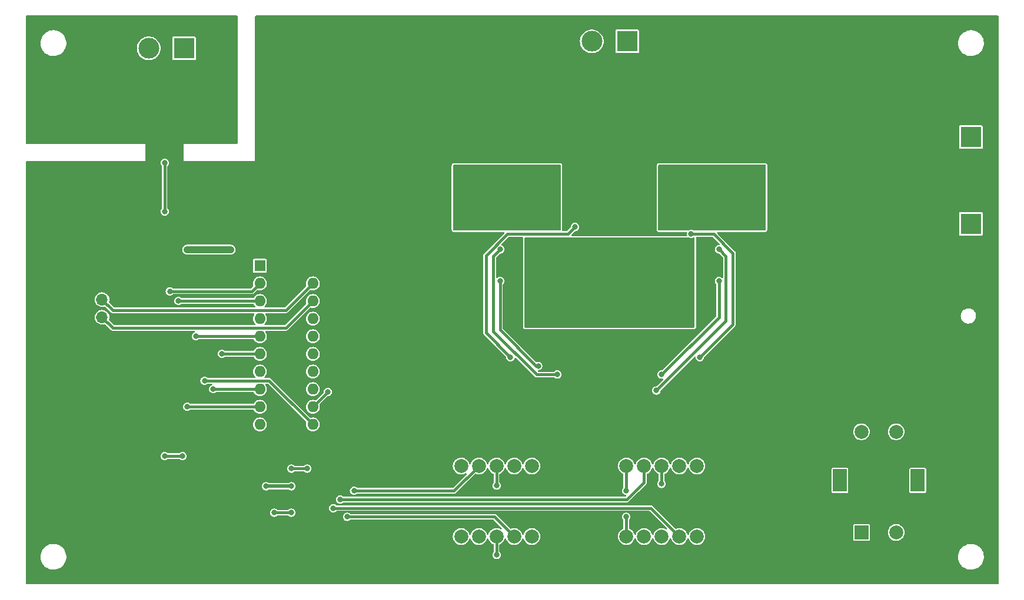
<source format=gbr>
%TF.GenerationSoftware,KiCad,Pcbnew,7.0.8*%
%TF.CreationDate,2023-12-05T22:14:15-08:00*%
%TF.ProjectId,Proofer_Project,50726f6f-6665-4725-9f50-726f6a656374,rev?*%
%TF.SameCoordinates,Original*%
%TF.FileFunction,Copper,L2,Bot*%
%TF.FilePolarity,Positive*%
%FSLAX46Y46*%
G04 Gerber Fmt 4.6, Leading zero omitted, Abs format (unit mm)*
G04 Created by KiCad (PCBNEW 7.0.8) date 2023-12-05 22:14:15*
%MOMM*%
%LPD*%
G01*
G04 APERTURE LIST*
%TA.AperFunction,ComponentPad*%
%ADD10R,3.000000X3.000000*%
%TD*%
%TA.AperFunction,ComponentPad*%
%ADD11C,3.000000*%
%TD*%
%TA.AperFunction,ComponentPad*%
%ADD12R,2.000000X2.000000*%
%TD*%
%TA.AperFunction,ComponentPad*%
%ADD13C,2.000000*%
%TD*%
%TA.AperFunction,ComponentPad*%
%ADD14R,2.000000X3.200000*%
%TD*%
%TA.AperFunction,ComponentPad*%
%ADD15O,1.700000X1.700000*%
%TD*%
%TA.AperFunction,ComponentPad*%
%ADD16R,1.700000X1.700000*%
%TD*%
%TA.AperFunction,ComponentPad*%
%ADD17O,1.600000X1.600000*%
%TD*%
%TA.AperFunction,ComponentPad*%
%ADD18R,1.600000X1.600000*%
%TD*%
%TA.AperFunction,ViaPad*%
%ADD19C,0.800000*%
%TD*%
%TA.AperFunction,ViaPad*%
%ADD20C,1.200000*%
%TD*%
%TA.AperFunction,Conductor*%
%ADD21C,0.400000*%
%TD*%
%TA.AperFunction,Conductor*%
%ADD22C,0.500000*%
%TD*%
%TA.AperFunction,Conductor*%
%ADD23C,1.000000*%
%TD*%
G04 APERTURE END LIST*
D10*
%TO.P,J7,1,Pin_1*%
%TO.N,Net-(J7-Pin_1)*%
X69790000Y-19750000D03*
D11*
%TO.P,J7,2,Pin_2*%
%TO.N,Net-(J7-Pin_2)*%
X64710000Y-19750000D03*
%TD*%
D10*
%TO.P,J1,1,Pin_1*%
%TO.N,Net-(J1-Pin_1)*%
X133540000Y-18750000D03*
D11*
%TO.P,J1,2,Pin_2*%
%TO.N,Net-(J1-Pin_2)*%
X128460000Y-18750000D03*
%TD*%
D10*
%TO.P,J2,1,Pin_1*%
%TO.N,+12V*%
X183000000Y-45040000D03*
D11*
%TO.P,J2,2,Pin_2*%
%TO.N,GNDA*%
X183000000Y-39960000D03*
%TD*%
D10*
%TO.P,J3,1,Pin_1*%
%TO.N,+12V*%
X183000000Y-32540000D03*
D11*
%TO.P,J3,2,Pin_2*%
%TO.N,GNDA*%
X183000000Y-27460000D03*
%TD*%
D12*
%TO.P,SW1,A,A*%
%TO.N,Net-(R10-Pad1)*%
X167250000Y-89500000D03*
D13*
%TO.P,SW1,B,B*%
%TO.N,Net-(R1-Pad2)*%
X172250000Y-89500000D03*
%TO.P,SW1,C,C*%
%TO.N,GNDA*%
X169750000Y-89500000D03*
D14*
%TO.P,SW1,MP*%
%TO.N,N/C*%
X175350000Y-82000000D03*
X164150000Y-82000000D03*
D13*
%TO.P,SW1,S1*%
X172250000Y-75000000D03*
%TO.P,SW1,S2*%
X167250000Y-75000000D03*
%TD*%
D15*
%TO.P,J5,3,Pin_3*%
%TO.N,/TX*%
X58000000Y-55960000D03*
%TO.P,J5,2,Pin_2*%
%TO.N,/RX*%
X58000000Y-58500000D03*
D16*
%TO.P,J5,1,Pin_1*%
%TO.N,GNDA*%
X58000000Y-61040000D03*
%TD*%
D13*
%TO.P,U12,1,C*%
%TO.N,Net-(U12-C)*%
X133420000Y-90080000D03*
%TO.P,U12,2,DP*%
%TO.N,unconnected-(U12-DP-Pad2)*%
X135960000Y-90080000D03*
%TO.P,U12,3,E*%
%TO.N,Net-(U12-E)*%
X138500000Y-90080000D03*
%TO.P,U12,4,CC_DIG2*%
%TO.N,Net-(Q27-C)*%
X141040000Y-90080000D03*
%TO.P,U12,5,D*%
%TO.N,Net-(U12-D)*%
X143580000Y-90080000D03*
%TO.P,U12,6,F*%
%TO.N,Net-(U12-F)*%
X143580000Y-79920000D03*
%TO.P,U12,7,G*%
%TO.N,Net-(U12-G)*%
X141040000Y-79920000D03*
%TO.P,U12,8,B*%
%TO.N,Net-(U12-B)*%
X138500000Y-79920000D03*
%TO.P,U12,9,CC_DIG1*%
%TO.N,Net-(Q28-C)*%
X135960000Y-79920000D03*
%TO.P,U12,10,A*%
%TO.N,Net-(U12-A)*%
X133420000Y-79920000D03*
%TD*%
D17*
%TO.P,U10,20,VSS*%
%TO.N,GNDA*%
X88320000Y-51075000D03*
%TO.P,U10,19,RA0/ICSPDAT*%
%TO.N,/TX*%
X88320000Y-53615000D03*
%TO.P,U10,18,RA1/ICSPCLK*%
%TO.N,/RX*%
X88320000Y-56155000D03*
%TO.P,U10,17,RA2*%
%TO.N,unconnected-(U10-RA2-Pad17)*%
X88320000Y-58695000D03*
%TO.P,U10,16,RC0*%
%TO.N,/DEC_A*%
X88320000Y-61235000D03*
%TO.P,U10,15,RC1*%
%TO.N,/DEC_B*%
X88320000Y-63775000D03*
%TO.P,U10,14,RC2*%
%TO.N,/DEC_C*%
X88320000Y-66315000D03*
%TO.P,U10,13,RB4*%
%TO.N,/PWM*%
X88320000Y-68855000D03*
%TO.P,U10,12,RB5*%
%TO.N,/DIR_SEL*%
X88320000Y-71395000D03*
%TO.P,U10,11,RB6*%
%TO.N,/CS_TC*%
X88320000Y-73935000D03*
%TO.P,U10,10,RB7*%
%TO.N,/CS_SR*%
X80700000Y-73935000D03*
%TO.P,U10,9,RC7*%
%TO.N,/DRDY*%
X80700000Y-71395000D03*
%TO.P,U10,8,RC6*%
%TO.N,/SCK*%
X80700000Y-68855000D03*
%TO.P,U10,7,RC3*%
%TO.N,/DEC_D*%
X80700000Y-66315000D03*
%TO.P,U10,6,RC4*%
%TO.N,/MOSI*%
X80700000Y-63775000D03*
%TO.P,U10,5,RC5*%
%TO.N,/MISO*%
X80700000Y-61235000D03*
%TO.P,U10,4,RA3/~{MCLR}/VPP*%
%TO.N,Net-(U10-RA3{slash}~{MCLR}{slash}VPP)*%
X80700000Y-58695000D03*
%TO.P,U10,3,RA4*%
%TO.N,/ENC_A*%
X80700000Y-56155000D03*
%TO.P,U10,2,RA5*%
%TO.N,/ENC_B*%
X80700000Y-53615000D03*
D18*
%TO.P,U10,1,VDD*%
%TO.N,+5V*%
X80700000Y-51075000D03*
%TD*%
D13*
%TO.P,U6,1,C*%
%TO.N,Net-(U12-C)*%
X109670000Y-90080000D03*
%TO.P,U6,2,DP*%
%TO.N,unconnected-(U6-DP-Pad2)*%
X112210000Y-90080000D03*
%TO.P,U6,3,E*%
%TO.N,Net-(U12-E)*%
X114750000Y-90080000D03*
%TO.P,U6,4,CC_DIG2*%
%TO.N,Net-(Q11-C)*%
X117290000Y-90080000D03*
%TO.P,U6,5,D*%
%TO.N,Net-(U12-D)*%
X119830000Y-90080000D03*
%TO.P,U6,6,F*%
%TO.N,Net-(U12-F)*%
X119830000Y-79920000D03*
%TO.P,U6,7,G*%
%TO.N,Net-(U12-G)*%
X117290000Y-79920000D03*
%TO.P,U6,8,B*%
%TO.N,Net-(U12-B)*%
X114750000Y-79920000D03*
%TO.P,U6,9,CC_DIG1*%
%TO.N,Net-(Q26-C)*%
X112210000Y-79920000D03*
%TO.P,U6,10,A*%
%TO.N,Net-(U12-A)*%
X109670000Y-79920000D03*
%TD*%
D19*
%TO.N,/MISO*%
X67000000Y-43250000D03*
X67000000Y-36250000D03*
%TO.N,GNDA*%
X161000000Y-64750000D03*
X155000000Y-62250000D03*
X136250000Y-61750000D03*
X126500000Y-61750000D03*
%TO.N,Net-(U12-E)*%
X114750000Y-92750000D03*
%TO.N,Net-(U12-B)*%
X114750000Y-82750000D03*
%TO.N,+5V*%
X81595000Y-82845000D03*
X85250000Y-82845000D03*
%TO.N,/DEC_D*%
X82750000Y-86655000D03*
X85250000Y-86655000D03*
%TO.N,/DEC_B*%
X87500000Y-80305000D03*
X85250000Y-80305000D03*
%TO.N,GNDA*%
X63500000Y-44250000D03*
X108000000Y-60250000D03*
X110500000Y-56000000D03*
X105500000Y-56000000D03*
%TO.N,/DIR_SEL*%
X90500000Y-69250000D03*
%TO.N,/ENC_B*%
X67750000Y-54750000D03*
%TO.N,/ENC_A*%
X69000000Y-56155000D03*
%TO.N,Net-(Q11-C)*%
X93250000Y-87250000D03*
%TO.N,Net-(Q27-C)*%
X91250000Y-86000000D03*
%TO.N,Net-(Q28-C)*%
X92250000Y-84750000D03*
%TO.N,Net-(Q26-C)*%
X94250000Y-83500000D03*
%TO.N,GNDA*%
X87500000Y-89195000D03*
X87500000Y-85385000D03*
%TO.N,+12V*%
X139000000Y-53000000D03*
X125500000Y-53000000D03*
X136500000Y-53000000D03*
X141000000Y-49000000D03*
X125500000Y-49000000D03*
X139000000Y-51000000D03*
X136500000Y-49000000D03*
X141000000Y-51000000D03*
X136500000Y-51000000D03*
X121000000Y-53000000D03*
X141000000Y-53000000D03*
X121000000Y-49000000D03*
X123500000Y-51000000D03*
X121000000Y-51000000D03*
X139000000Y-49000000D03*
X123500000Y-53000000D03*
X125500000Y-51000000D03*
X123500000Y-49000000D03*
%TO.N,+5V*%
X70250000Y-48750000D03*
X76500000Y-48750000D03*
%TO.N,Net-(Q1-G)*%
X146750000Y-53280000D03*
X138500000Y-66750000D03*
%TO.N,Net-(Q2-G)*%
X123500000Y-66750000D03*
X115250000Y-48720000D03*
%TO.N,Net-(Q8-G)*%
X142750000Y-46500000D03*
X144000000Y-64250000D03*
%TO.N,Net-(Q10-G)*%
X126040000Y-45500000D03*
X116750000Y-64250000D03*
%TO.N,Net-(Q1-S)*%
X146750000Y-48720000D03*
X140000000Y-40000000D03*
X142500000Y-42000000D03*
X144500000Y-44000000D03*
X140000000Y-44000000D03*
X137750000Y-69050000D03*
X142500000Y-40000000D03*
X144500000Y-42000000D03*
X144500000Y-40000000D03*
X140000000Y-42000000D03*
X142500000Y-44000000D03*
%TO.N,Net-(Q10-D)*%
X117500000Y-40000000D03*
X122000000Y-44000000D03*
X117500000Y-42000000D03*
X122000000Y-42000000D03*
X120000000Y-44000000D03*
X115250000Y-53280000D03*
X120750000Y-65500000D03*
X117500000Y-44000000D03*
X120000000Y-42000000D03*
X122000000Y-40000000D03*
X120000000Y-40000000D03*
%TO.N,Net-(U2-QA)*%
X69575000Y-78500000D03*
X67000000Y-78500000D03*
%TO.N,/CS_TC*%
X72750000Y-67655000D03*
%TO.N,/SCK*%
X74000000Y-68855000D03*
%TO.N,/MOSI*%
X75250000Y-63750000D03*
%TO.N,/DRDY*%
X70250000Y-71395000D03*
%TO.N,/MISO*%
X71500000Y-61235000D03*
D20*
%TO.N,GNDA*%
X171000000Y-69000000D03*
D19*
X73700000Y-87800000D03*
D20*
X171000000Y-72000000D03*
X135500000Y-35250000D03*
X180000000Y-72000000D03*
X135500000Y-33000000D03*
D19*
X69200000Y-87800000D03*
D20*
X174000000Y-66000000D03*
X133250000Y-39750000D03*
D19*
X177000000Y-27250000D03*
X69750000Y-37612500D03*
X69750000Y-31887500D03*
D20*
X131000000Y-33000000D03*
D19*
X64700000Y-87750000D03*
D20*
X174000000Y-63000000D03*
X126500000Y-35250000D03*
D19*
X75850000Y-27650000D03*
X72115000Y-78500000D03*
D20*
X131000000Y-44250000D03*
D19*
X112750000Y-69500000D03*
X177250000Y-91500000D03*
D20*
X135500000Y-37500000D03*
X180000000Y-69000000D03*
X128750000Y-37500000D03*
X133250000Y-44250000D03*
D19*
X76500000Y-53025000D03*
D20*
X126500000Y-33000000D03*
D19*
X78200000Y-87800000D03*
X77195000Y-80500000D03*
D20*
X171000000Y-63000000D03*
D19*
X177000000Y-39750000D03*
D20*
X128750000Y-33000000D03*
D19*
X58650000Y-27650000D03*
D20*
X128750000Y-42000000D03*
D19*
X93800000Y-76250000D03*
X162250000Y-91500000D03*
X130250000Y-67250000D03*
X121612500Y-69500000D03*
X63500000Y-37750000D03*
D20*
X171000000Y-66000000D03*
X177000000Y-72000000D03*
X126500000Y-37500000D03*
X133250000Y-33000000D03*
X133250000Y-42000000D03*
X174000000Y-72000000D03*
X177000000Y-69000000D03*
X128750000Y-39750000D03*
D19*
X68250000Y-70750000D03*
D20*
X133250000Y-37500000D03*
X174000000Y-69000000D03*
X128750000Y-44250000D03*
D19*
%TO.N,Net-(U12-A)*%
X133420000Y-83500000D03*
%TO.N,Net-(U12-B)*%
X138500000Y-82500000D03*
%TO.N,Net-(U12-C)*%
X133420000Y-87250000D03*
%TD*%
D21*
%TO.N,/MOSI*%
X75250000Y-63750000D02*
X80675000Y-63750000D01*
%TO.N,/SCK*%
X74000000Y-68855000D02*
X80700000Y-68855000D01*
%TO.N,/TX*%
X84440000Y-57495000D02*
X88320000Y-53615000D01*
X59535000Y-57495000D02*
X84440000Y-57495000D01*
X58000000Y-55960000D02*
X59535000Y-57495000D01*
%TO.N,/RX*%
X59535000Y-60035000D02*
X58000000Y-58500000D01*
X88320000Y-56155000D02*
X84440000Y-60035000D01*
X84440000Y-60035000D02*
X59535000Y-60035000D01*
%TO.N,Net-(U12-E)*%
X114750000Y-92750000D02*
X114750000Y-90080000D01*
%TO.N,Net-(U12-B)*%
X114750000Y-82750000D02*
X114750000Y-79920000D01*
D22*
%TO.N,+5V*%
X85250000Y-82845000D02*
X81595000Y-82845000D01*
D21*
%TO.N,/DEC_D*%
X85250000Y-86655000D02*
X82750000Y-86655000D01*
%TO.N,/DEC_B*%
X87500000Y-80305000D02*
X85250000Y-80305000D01*
%TO.N,/CS_TC*%
X82040000Y-67655000D02*
X72750000Y-67655000D01*
X88320000Y-73935000D02*
X82040000Y-67655000D01*
%TO.N,/DIR_SEL*%
X90500000Y-69250000D02*
X88355000Y-71395000D01*
X88355000Y-71395000D02*
X88320000Y-71395000D01*
%TO.N,/ENC_A*%
X80700000Y-56155000D02*
X69000000Y-56155000D01*
%TO.N,/ENC_B*%
X79565000Y-54750000D02*
X80700000Y-53615000D01*
X67750000Y-54750000D02*
X79565000Y-54750000D01*
%TO.N,Net-(Q11-C)*%
X93250000Y-87250000D02*
X114460000Y-87250000D01*
X114460000Y-87250000D02*
X117290000Y-90080000D01*
%TO.N,Net-(Q28-C)*%
X135960000Y-82290000D02*
X135960000Y-79920000D01*
X133500000Y-84750000D02*
X135960000Y-82290000D01*
X92250000Y-84750000D02*
X133500000Y-84750000D01*
%TO.N,Net-(Q27-C)*%
X136960000Y-86000000D02*
X141040000Y-90080000D01*
X91250000Y-86000000D02*
X136960000Y-86000000D01*
%TO.N,Net-(Q26-C)*%
X94250000Y-83500000D02*
X108630000Y-83500000D01*
X108630000Y-83500000D02*
X112210000Y-79920000D01*
D23*
%TO.N,+5V*%
X70250000Y-48750000D02*
X76500000Y-48750000D01*
D21*
%TO.N,Net-(Q1-G)*%
X138500000Y-66750000D02*
X146750000Y-58500000D01*
X146750000Y-58500000D02*
X146750000Y-53280000D01*
%TO.N,Net-(Q2-G)*%
X120500000Y-66750000D02*
X114250000Y-60500000D01*
X114250000Y-49720000D02*
X115250000Y-48720000D01*
X114250000Y-60500000D02*
X114250000Y-49720000D01*
X123500000Y-66750000D02*
X120500000Y-66750000D01*
%TO.N,Net-(Q26-C)*%
X112250000Y-79880000D02*
X112210000Y-79920000D01*
%TO.N,Net-(Q8-G)*%
X148750000Y-59500000D02*
X148750000Y-49250000D01*
X148750000Y-49250000D02*
X146000000Y-46500000D01*
X146000000Y-46500000D02*
X142750000Y-46500000D01*
X144000000Y-64250000D02*
X148750000Y-59500000D01*
%TO.N,Net-(Q10-G)*%
X113250000Y-49588629D02*
X116338629Y-46500000D01*
X113250000Y-60750000D02*
X113250000Y-49588629D01*
X116338629Y-46500000D02*
X125040000Y-46500000D01*
X116750000Y-64250000D02*
X113250000Y-60750000D01*
X125040000Y-46500000D02*
X126040000Y-45500000D01*
%TO.N,Net-(Q1-S)*%
X147750000Y-59050000D02*
X147750000Y-49720000D01*
X147750000Y-49720000D02*
X146750000Y-48720000D01*
X137750000Y-69050000D02*
X147750000Y-59050000D01*
%TO.N,Net-(Q10-D)*%
X115250000Y-60312500D02*
X115250000Y-53280000D01*
X120750000Y-65500000D02*
X120437500Y-65500000D01*
X120437500Y-65500000D02*
X115250000Y-60312500D01*
%TO.N,Net-(U2-QA)*%
X69575000Y-78500000D02*
X67000000Y-78500000D01*
%TO.N,/MOSI*%
X80675000Y-63750000D02*
X80700000Y-63775000D01*
%TO.N,/DRDY*%
X80700000Y-71395000D02*
X70250000Y-71395000D01*
%TO.N,/MISO*%
X67000000Y-43250000D02*
X67000000Y-36250000D01*
X71500000Y-61235000D02*
X80700000Y-61235000D01*
%TO.N,Net-(U12-A)*%
X133420000Y-79920000D02*
X133420000Y-83500000D01*
%TO.N,Net-(U12-B)*%
X138500000Y-79920000D02*
X138500000Y-82500000D01*
%TO.N,Net-(U12-C)*%
X133420000Y-90080000D02*
X133420000Y-87250000D01*
%TD*%
%TA.AperFunction,Conductor*%
%TO.N,GNDA*%
G36*
X186917539Y-15045185D02*
G01*
X186963294Y-15097989D01*
X186974500Y-15149500D01*
X186974500Y-96850500D01*
X186954815Y-96917539D01*
X186902011Y-96963294D01*
X186850500Y-96974500D01*
X47149500Y-96974500D01*
X47082461Y-96954815D01*
X47036706Y-96902011D01*
X47025500Y-96850500D01*
X47025500Y-93067763D01*
X49145787Y-93067763D01*
X49175413Y-93337013D01*
X49175415Y-93337024D01*
X49243926Y-93599082D01*
X49243928Y-93599088D01*
X49349870Y-93848390D01*
X49421998Y-93966575D01*
X49490979Y-94079605D01*
X49490986Y-94079615D01*
X49664253Y-94287819D01*
X49664259Y-94287824D01*
X49865998Y-94468582D01*
X50091910Y-94618044D01*
X50337176Y-94733020D01*
X50337183Y-94733022D01*
X50337185Y-94733023D01*
X50596557Y-94811057D01*
X50596564Y-94811058D01*
X50596569Y-94811060D01*
X50864561Y-94850500D01*
X50864566Y-94850500D01*
X51067636Y-94850500D01*
X51119133Y-94846730D01*
X51270156Y-94835677D01*
X51382758Y-94810593D01*
X51534546Y-94776782D01*
X51534548Y-94776781D01*
X51534553Y-94776780D01*
X51787558Y-94680014D01*
X52023777Y-94547441D01*
X52238177Y-94381888D01*
X52426186Y-94186881D01*
X52583799Y-93966579D01*
X52657787Y-93822669D01*
X52707649Y-93725690D01*
X52707651Y-93725684D01*
X52707656Y-93725675D01*
X52795118Y-93469305D01*
X52844319Y-93202933D01*
X52854212Y-92932235D01*
X52824586Y-92662982D01*
X52756072Y-92400912D01*
X52650130Y-92151610D01*
X52509018Y-91920390D01*
X52419747Y-91813119D01*
X52335746Y-91712180D01*
X52335740Y-91712175D01*
X52134002Y-91531418D01*
X51908092Y-91381957D01*
X51908090Y-91381956D01*
X51662824Y-91266980D01*
X51662819Y-91266978D01*
X51662814Y-91266976D01*
X51403442Y-91188942D01*
X51403428Y-91188939D01*
X51287791Y-91171921D01*
X51135439Y-91149500D01*
X50932369Y-91149500D01*
X50932364Y-91149500D01*
X50729844Y-91164323D01*
X50729831Y-91164325D01*
X50465453Y-91223217D01*
X50465446Y-91223220D01*
X50212439Y-91319987D01*
X49976226Y-91452557D01*
X49761822Y-91618112D01*
X49573822Y-91813109D01*
X49573816Y-91813116D01*
X49416202Y-92033419D01*
X49416199Y-92033424D01*
X49292350Y-92274309D01*
X49292343Y-92274327D01*
X49204884Y-92530685D01*
X49204881Y-92530699D01*
X49180449Y-92662975D01*
X49164375Y-92750001D01*
X49155681Y-92797068D01*
X49155680Y-92797075D01*
X49145787Y-93067763D01*
X47025500Y-93067763D01*
X47025500Y-86655001D01*
X82144318Y-86655001D01*
X82164955Y-86811760D01*
X82164956Y-86811762D01*
X82219944Y-86944516D01*
X82225464Y-86957841D01*
X82321718Y-87083282D01*
X82447159Y-87179536D01*
X82593238Y-87240044D01*
X82668847Y-87249998D01*
X82749999Y-87260682D01*
X82750000Y-87260682D01*
X82750001Y-87260682D01*
X82802254Y-87253802D01*
X82906762Y-87240044D01*
X83052841Y-87179536D01*
X83178282Y-87083282D01*
X83178283Y-87083279D01*
X83181093Y-87081124D01*
X83246263Y-87055930D01*
X83256580Y-87055500D01*
X84743420Y-87055500D01*
X84810459Y-87075185D01*
X84818907Y-87081124D01*
X84821716Y-87083279D01*
X84821718Y-87083282D01*
X84947159Y-87179536D01*
X85093238Y-87240044D01*
X85168847Y-87249998D01*
X85249999Y-87260682D01*
X85250000Y-87260682D01*
X85250001Y-87260682D01*
X85302254Y-87253802D01*
X85331127Y-87250001D01*
X92644318Y-87250001D01*
X92664955Y-87406760D01*
X92664956Y-87406762D01*
X92725464Y-87552841D01*
X92821718Y-87678282D01*
X92947159Y-87774536D01*
X93093238Y-87835044D01*
X93171619Y-87845363D01*
X93249999Y-87855682D01*
X93250000Y-87855682D01*
X93250001Y-87855682D01*
X93302254Y-87848802D01*
X93406762Y-87835044D01*
X93552841Y-87774536D01*
X93678282Y-87678282D01*
X93678283Y-87678279D01*
X93681093Y-87676124D01*
X93746263Y-87650930D01*
X93756580Y-87650500D01*
X114242745Y-87650500D01*
X114309784Y-87670185D01*
X114330426Y-87686819D01*
X115181483Y-88537876D01*
X115468963Y-88825355D01*
X115502448Y-88886678D01*
X115497464Y-88956370D01*
X115455592Y-89012303D01*
X115390128Y-89036720D01*
X115321855Y-89021868D01*
X115316006Y-89018464D01*
X115287401Y-89000753D01*
X115287398Y-89000752D01*
X115269706Y-88993898D01*
X115079940Y-88920382D01*
X114861243Y-88879500D01*
X114638757Y-88879500D01*
X114420060Y-88920382D01*
X114290508Y-88970571D01*
X114212601Y-89000752D01*
X114212595Y-89000754D01*
X114023439Y-89117874D01*
X114023437Y-89117876D01*
X113859020Y-89267761D01*
X113724943Y-89445308D01*
X113724938Y-89445316D01*
X113625775Y-89644461D01*
X113625769Y-89644476D01*
X113599266Y-89737627D01*
X113561987Y-89796721D01*
X113498677Y-89826278D01*
X113429438Y-89816916D01*
X113376251Y-89771606D01*
X113360734Y-89737627D01*
X113349239Y-89697229D01*
X113334229Y-89644472D01*
X113333338Y-89642682D01*
X113235061Y-89445316D01*
X113235056Y-89445308D01*
X113100979Y-89267761D01*
X112936562Y-89117876D01*
X112936560Y-89117874D01*
X112747404Y-89000754D01*
X112747398Y-89000752D01*
X112729706Y-88993898D01*
X112539940Y-88920382D01*
X112321243Y-88879500D01*
X112098757Y-88879500D01*
X111880060Y-88920382D01*
X111750508Y-88970571D01*
X111672601Y-89000752D01*
X111672595Y-89000754D01*
X111483439Y-89117874D01*
X111483437Y-89117876D01*
X111319020Y-89267761D01*
X111184943Y-89445308D01*
X111184938Y-89445316D01*
X111085775Y-89644461D01*
X111085769Y-89644476D01*
X111059266Y-89737627D01*
X111021987Y-89796721D01*
X110958677Y-89826278D01*
X110889438Y-89816916D01*
X110836251Y-89771606D01*
X110820734Y-89737627D01*
X110809239Y-89697229D01*
X110794229Y-89644472D01*
X110793338Y-89642682D01*
X110695061Y-89445316D01*
X110695056Y-89445308D01*
X110560979Y-89267761D01*
X110396562Y-89117876D01*
X110396560Y-89117874D01*
X110207404Y-89000754D01*
X110207398Y-89000752D01*
X110189706Y-88993898D01*
X109999940Y-88920382D01*
X109781243Y-88879500D01*
X109558757Y-88879500D01*
X109340060Y-88920382D01*
X109210508Y-88970571D01*
X109132601Y-89000752D01*
X109132595Y-89000754D01*
X108943439Y-89117874D01*
X108943437Y-89117876D01*
X108779020Y-89267761D01*
X108644943Y-89445308D01*
X108644938Y-89445316D01*
X108545775Y-89644461D01*
X108545769Y-89644476D01*
X108484885Y-89858462D01*
X108484884Y-89858464D01*
X108464357Y-90079999D01*
X108464357Y-90080000D01*
X108484884Y-90301535D01*
X108484885Y-90301537D01*
X108545769Y-90515523D01*
X108545775Y-90515538D01*
X108644938Y-90714683D01*
X108644943Y-90714691D01*
X108779020Y-90892238D01*
X108943437Y-91042123D01*
X108943439Y-91042125D01*
X109132595Y-91159245D01*
X109132596Y-91159245D01*
X109132599Y-91159247D01*
X109340060Y-91239618D01*
X109558757Y-91280500D01*
X109558759Y-91280500D01*
X109781241Y-91280500D01*
X109781243Y-91280500D01*
X109999940Y-91239618D01*
X110207401Y-91159247D01*
X110396562Y-91042124D01*
X110560981Y-90892236D01*
X110695058Y-90714689D01*
X110794229Y-90515528D01*
X110820734Y-90422371D01*
X110858013Y-90363278D01*
X110921323Y-90333721D01*
X110990562Y-90343083D01*
X111043749Y-90388393D01*
X111059266Y-90422372D01*
X111085769Y-90515523D01*
X111085775Y-90515538D01*
X111184938Y-90714683D01*
X111184943Y-90714691D01*
X111319020Y-90892238D01*
X111483437Y-91042123D01*
X111483439Y-91042125D01*
X111672595Y-91159245D01*
X111672596Y-91159245D01*
X111672599Y-91159247D01*
X111880060Y-91239618D01*
X112098757Y-91280500D01*
X112098759Y-91280500D01*
X112321241Y-91280500D01*
X112321243Y-91280500D01*
X112539940Y-91239618D01*
X112747401Y-91159247D01*
X112936562Y-91042124D01*
X113100981Y-90892236D01*
X113235058Y-90714689D01*
X113334229Y-90515528D01*
X113360734Y-90422371D01*
X113398013Y-90363278D01*
X113461323Y-90333721D01*
X113530562Y-90343083D01*
X113583749Y-90388393D01*
X113599266Y-90422372D01*
X113625769Y-90515523D01*
X113625775Y-90515538D01*
X113724938Y-90714683D01*
X113724943Y-90714691D01*
X113859020Y-90892238D01*
X114023437Y-91042123D01*
X114023439Y-91042125D01*
X114131632Y-91109114D01*
X114212599Y-91159247D01*
X114270294Y-91181597D01*
X114325695Y-91224169D01*
X114349286Y-91289936D01*
X114349500Y-91297224D01*
X114349500Y-92243419D01*
X114329815Y-92310458D01*
X114323876Y-92318905D01*
X114225464Y-92447157D01*
X114164956Y-92593237D01*
X114164955Y-92593239D01*
X114144318Y-92749998D01*
X114144318Y-92750001D01*
X114164955Y-92906760D01*
X114164956Y-92906762D01*
X114225464Y-93052841D01*
X114321718Y-93178282D01*
X114447159Y-93274536D01*
X114593238Y-93335044D01*
X114608278Y-93337024D01*
X114749999Y-93355682D01*
X114750000Y-93355682D01*
X114750001Y-93355682D01*
X114802254Y-93348802D01*
X114906762Y-93335044D01*
X115052841Y-93274536D01*
X115178282Y-93178282D01*
X115263086Y-93067763D01*
X181145787Y-93067763D01*
X181175413Y-93337013D01*
X181175415Y-93337024D01*
X181243926Y-93599082D01*
X181243928Y-93599088D01*
X181349870Y-93848390D01*
X181421998Y-93966575D01*
X181490979Y-94079605D01*
X181490986Y-94079615D01*
X181664253Y-94287819D01*
X181664259Y-94287824D01*
X181865998Y-94468582D01*
X182091910Y-94618044D01*
X182337176Y-94733020D01*
X182337183Y-94733022D01*
X182337185Y-94733023D01*
X182596557Y-94811057D01*
X182596564Y-94811058D01*
X182596569Y-94811060D01*
X182864561Y-94850500D01*
X182864566Y-94850500D01*
X183067636Y-94850500D01*
X183119133Y-94846730D01*
X183270156Y-94835677D01*
X183382758Y-94810593D01*
X183534546Y-94776782D01*
X183534548Y-94776781D01*
X183534553Y-94776780D01*
X183787558Y-94680014D01*
X184023777Y-94547441D01*
X184238177Y-94381888D01*
X184426186Y-94186881D01*
X184583799Y-93966579D01*
X184657787Y-93822669D01*
X184707649Y-93725690D01*
X184707651Y-93725684D01*
X184707656Y-93725675D01*
X184795118Y-93469305D01*
X184844319Y-93202933D01*
X184854212Y-92932235D01*
X184824586Y-92662982D01*
X184756072Y-92400912D01*
X184650130Y-92151610D01*
X184509018Y-91920390D01*
X184419747Y-91813119D01*
X184335746Y-91712180D01*
X184335740Y-91712175D01*
X184134002Y-91531418D01*
X183908092Y-91381957D01*
X183908090Y-91381956D01*
X183662824Y-91266980D01*
X183662819Y-91266978D01*
X183662814Y-91266976D01*
X183403442Y-91188942D01*
X183403428Y-91188939D01*
X183287791Y-91171921D01*
X183135439Y-91149500D01*
X182932369Y-91149500D01*
X182932364Y-91149500D01*
X182729844Y-91164323D01*
X182729831Y-91164325D01*
X182465453Y-91223217D01*
X182465446Y-91223220D01*
X182212439Y-91319987D01*
X181976226Y-91452557D01*
X181761822Y-91618112D01*
X181573822Y-91813109D01*
X181573816Y-91813116D01*
X181416202Y-92033419D01*
X181416199Y-92033424D01*
X181292350Y-92274309D01*
X181292343Y-92274327D01*
X181204884Y-92530685D01*
X181204881Y-92530699D01*
X181180449Y-92662975D01*
X181164375Y-92750001D01*
X181155681Y-92797068D01*
X181155680Y-92797075D01*
X181145787Y-93067763D01*
X115263086Y-93067763D01*
X115274536Y-93052841D01*
X115335044Y-92906762D01*
X115348802Y-92802254D01*
X115355682Y-92750001D01*
X115355682Y-92749998D01*
X115335044Y-92593239D01*
X115335044Y-92593238D01*
X115274536Y-92447159D01*
X115274535Y-92447158D01*
X115274535Y-92447157D01*
X115176124Y-92318905D01*
X115150930Y-92253736D01*
X115150500Y-92243419D01*
X115150500Y-91297224D01*
X115170185Y-91230185D01*
X115222989Y-91184430D01*
X115229693Y-91181602D01*
X115287401Y-91159247D01*
X115476562Y-91042124D01*
X115640981Y-90892236D01*
X115775058Y-90714689D01*
X115874229Y-90515528D01*
X115900734Y-90422371D01*
X115938013Y-90363278D01*
X116001323Y-90333721D01*
X116070562Y-90343083D01*
X116123749Y-90388393D01*
X116139266Y-90422372D01*
X116165769Y-90515523D01*
X116165775Y-90515538D01*
X116264938Y-90714683D01*
X116264943Y-90714691D01*
X116399020Y-90892238D01*
X116563437Y-91042123D01*
X116563439Y-91042125D01*
X116752595Y-91159245D01*
X116752596Y-91159245D01*
X116752599Y-91159247D01*
X116960060Y-91239618D01*
X117178757Y-91280500D01*
X117178759Y-91280500D01*
X117401241Y-91280500D01*
X117401243Y-91280500D01*
X117619940Y-91239618D01*
X117827401Y-91159247D01*
X118016562Y-91042124D01*
X118180981Y-90892236D01*
X118315058Y-90714689D01*
X118414229Y-90515528D01*
X118440734Y-90422371D01*
X118478013Y-90363278D01*
X118541323Y-90333721D01*
X118610562Y-90343083D01*
X118663749Y-90388393D01*
X118679266Y-90422372D01*
X118705769Y-90515523D01*
X118705775Y-90515538D01*
X118804938Y-90714683D01*
X118804943Y-90714691D01*
X118939020Y-90892238D01*
X119103437Y-91042123D01*
X119103439Y-91042125D01*
X119292595Y-91159245D01*
X119292596Y-91159245D01*
X119292599Y-91159247D01*
X119500060Y-91239618D01*
X119718757Y-91280500D01*
X119718759Y-91280500D01*
X119941241Y-91280500D01*
X119941243Y-91280500D01*
X120159940Y-91239618D01*
X120367401Y-91159247D01*
X120556562Y-91042124D01*
X120720981Y-90892236D01*
X120855058Y-90714689D01*
X120954229Y-90515528D01*
X121015115Y-90301536D01*
X121035643Y-90080000D01*
X121015115Y-89858464D01*
X120954229Y-89644472D01*
X120953338Y-89642682D01*
X120855061Y-89445316D01*
X120855056Y-89445308D01*
X120720979Y-89267761D01*
X120556562Y-89117876D01*
X120556560Y-89117874D01*
X120367404Y-89000754D01*
X120367398Y-89000752D01*
X120349706Y-88993898D01*
X120159940Y-88920382D01*
X119941243Y-88879500D01*
X119718757Y-88879500D01*
X119500060Y-88920382D01*
X119370508Y-88970571D01*
X119292601Y-89000752D01*
X119292595Y-89000754D01*
X119103439Y-89117874D01*
X119103437Y-89117876D01*
X118939020Y-89267761D01*
X118804943Y-89445308D01*
X118804938Y-89445316D01*
X118705775Y-89644461D01*
X118705769Y-89644476D01*
X118679266Y-89737627D01*
X118641987Y-89796721D01*
X118578677Y-89826278D01*
X118509438Y-89816916D01*
X118456251Y-89771606D01*
X118440734Y-89737627D01*
X118429239Y-89697229D01*
X118414229Y-89644472D01*
X118413338Y-89642682D01*
X118315061Y-89445316D01*
X118315056Y-89445308D01*
X118180979Y-89267761D01*
X118016562Y-89117876D01*
X118016560Y-89117874D01*
X117827404Y-89000754D01*
X117827398Y-89000752D01*
X117809706Y-88993898D01*
X117619940Y-88920382D01*
X117401243Y-88879500D01*
X117178757Y-88879500D01*
X117013731Y-88910348D01*
X116960054Y-88920383D01*
X116845631Y-88964710D01*
X116776007Y-88970571D01*
X116714267Y-88937861D01*
X116713157Y-88936764D01*
X114719287Y-86942893D01*
X114719256Y-86942864D01*
X114698342Y-86921950D01*
X114698341Y-86921949D01*
X114678600Y-86911890D01*
X114662014Y-86901726D01*
X114644090Y-86888704D01*
X114644091Y-86888704D01*
X114623018Y-86881857D01*
X114605045Y-86874412D01*
X114585307Y-86864355D01*
X114585304Y-86864354D01*
X114563418Y-86860887D01*
X114544507Y-86856346D01*
X114523439Y-86849501D01*
X114523434Y-86849500D01*
X114523433Y-86849500D01*
X114523429Y-86849500D01*
X93756580Y-86849500D01*
X93689541Y-86829815D01*
X93681093Y-86823876D01*
X93678283Y-86821720D01*
X93678282Y-86821718D01*
X93552841Y-86725464D01*
X93406762Y-86664956D01*
X93406760Y-86664955D01*
X93273707Y-86647439D01*
X93253077Y-86638313D01*
X93245043Y-86643477D01*
X93226293Y-86647439D01*
X93093239Y-86664955D01*
X93093237Y-86664956D01*
X92947160Y-86725463D01*
X92821718Y-86821718D01*
X92725463Y-86947160D01*
X92664956Y-87093237D01*
X92664955Y-87093239D01*
X92644318Y-87249998D01*
X92644318Y-87250001D01*
X85331127Y-87250001D01*
X85406762Y-87240044D01*
X85552841Y-87179536D01*
X85678282Y-87083282D01*
X85774536Y-86957841D01*
X85835044Y-86811762D01*
X85854371Y-86664956D01*
X85855682Y-86655001D01*
X85855682Y-86654998D01*
X85835044Y-86498239D01*
X85835044Y-86498238D01*
X85774536Y-86352159D01*
X85678282Y-86226718D01*
X85552841Y-86130464D01*
X85406762Y-86069956D01*
X85406760Y-86069955D01*
X85250001Y-86049318D01*
X85249999Y-86049318D01*
X85093239Y-86069955D01*
X85093237Y-86069956D01*
X84947160Y-86130463D01*
X84947159Y-86130464D01*
X84821718Y-86226718D01*
X84821716Y-86226720D01*
X84818907Y-86228876D01*
X84753737Y-86254070D01*
X84743420Y-86254500D01*
X83256580Y-86254500D01*
X83189541Y-86234815D01*
X83181093Y-86228876D01*
X83178283Y-86226720D01*
X83178282Y-86226718D01*
X83052841Y-86130464D01*
X82906762Y-86069956D01*
X82906760Y-86069955D01*
X82750001Y-86049318D01*
X82749999Y-86049318D01*
X82593239Y-86069955D01*
X82593237Y-86069956D01*
X82447160Y-86130463D01*
X82321718Y-86226718D01*
X82225463Y-86352160D01*
X82164956Y-86498237D01*
X82164955Y-86498239D01*
X82144318Y-86654998D01*
X82144318Y-86655001D01*
X47025500Y-86655001D01*
X47025500Y-86000001D01*
X90644318Y-86000001D01*
X90664955Y-86156760D01*
X90664956Y-86156762D01*
X90725464Y-86302841D01*
X90821718Y-86428282D01*
X90947159Y-86524536D01*
X91093238Y-86585044D01*
X91171619Y-86595363D01*
X91249999Y-86605682D01*
X91250000Y-86605682D01*
X91250001Y-86605682D01*
X91302254Y-86598802D01*
X91406762Y-86585044D01*
X91552841Y-86524536D01*
X91678282Y-86428282D01*
X91678283Y-86428279D01*
X91681093Y-86426124D01*
X91746263Y-86400930D01*
X91756580Y-86400500D01*
X93210108Y-86400500D01*
X93249425Y-86412044D01*
X93270786Y-86401981D01*
X93289892Y-86400500D01*
X133380108Y-86400500D01*
X133419425Y-86412044D01*
X133440786Y-86401981D01*
X133459892Y-86400500D01*
X136742745Y-86400500D01*
X136809784Y-86420185D01*
X136830426Y-86436819D01*
X139218963Y-88825356D01*
X139252448Y-88886679D01*
X139247464Y-88956371D01*
X139205592Y-89012304D01*
X139140128Y-89036721D01*
X139071855Y-89021869D01*
X139066026Y-89018477D01*
X139037401Y-89000753D01*
X138829940Y-88920382D01*
X138611243Y-88879500D01*
X138388757Y-88879500D01*
X138170060Y-88920382D01*
X138040508Y-88970571D01*
X137962601Y-89000752D01*
X137962595Y-89000754D01*
X137773439Y-89117874D01*
X137773437Y-89117876D01*
X137609020Y-89267761D01*
X137474943Y-89445308D01*
X137474938Y-89445316D01*
X137375775Y-89644461D01*
X137375769Y-89644476D01*
X137349266Y-89737627D01*
X137311987Y-89796721D01*
X137248677Y-89826278D01*
X137179438Y-89816916D01*
X137126251Y-89771606D01*
X137110734Y-89737627D01*
X137099239Y-89697229D01*
X137084229Y-89644472D01*
X137083338Y-89642682D01*
X136985061Y-89445316D01*
X136985056Y-89445308D01*
X136850979Y-89267761D01*
X136686562Y-89117876D01*
X136686560Y-89117874D01*
X136497404Y-89000754D01*
X136497398Y-89000752D01*
X136479706Y-88993898D01*
X136289940Y-88920382D01*
X136071243Y-88879500D01*
X135848757Y-88879500D01*
X135630060Y-88920382D01*
X135500508Y-88970571D01*
X135422601Y-89000752D01*
X135422595Y-89000754D01*
X135233439Y-89117874D01*
X135233437Y-89117876D01*
X135069020Y-89267761D01*
X134934943Y-89445308D01*
X134934938Y-89445316D01*
X134835775Y-89644461D01*
X134835769Y-89644476D01*
X134809266Y-89737627D01*
X134771987Y-89796721D01*
X134708677Y-89826278D01*
X134639438Y-89816916D01*
X134586251Y-89771606D01*
X134570734Y-89737627D01*
X134559239Y-89697229D01*
X134544229Y-89644472D01*
X134543338Y-89642682D01*
X134445061Y-89445316D01*
X134445056Y-89445308D01*
X134310979Y-89267761D01*
X134146562Y-89117876D01*
X134146560Y-89117874D01*
X133957404Y-89000754D01*
X133957398Y-89000752D01*
X133939706Y-88993898D01*
X133899705Y-88978401D01*
X133844305Y-88935829D01*
X133820714Y-88870062D01*
X133820500Y-88862775D01*
X133820500Y-87756580D01*
X133840185Y-87689541D01*
X133846124Y-87681093D01*
X133848279Y-87678283D01*
X133848282Y-87678282D01*
X133944536Y-87552841D01*
X134005044Y-87406762D01*
X134025682Y-87250000D01*
X134024371Y-87240044D01*
X134005044Y-87093239D01*
X134005044Y-87093238D01*
X133944536Y-86947159D01*
X133848282Y-86821718D01*
X133722841Y-86725464D01*
X133576762Y-86664956D01*
X133576760Y-86664955D01*
X133443707Y-86647439D01*
X133423077Y-86638313D01*
X133415043Y-86643477D01*
X133396293Y-86647439D01*
X133263239Y-86664955D01*
X133263237Y-86664956D01*
X133117160Y-86725463D01*
X132991718Y-86821718D01*
X132895463Y-86947160D01*
X132834956Y-87093237D01*
X132834955Y-87093239D01*
X132814318Y-87249998D01*
X132814318Y-87250001D01*
X132834955Y-87406760D01*
X132834956Y-87406762D01*
X132895464Y-87552841D01*
X132991718Y-87678282D01*
X132991720Y-87678283D01*
X132993876Y-87681093D01*
X133019070Y-87746263D01*
X133019500Y-87756580D01*
X133019500Y-88862775D01*
X132999815Y-88929814D01*
X132947011Y-88975569D01*
X132940302Y-88978398D01*
X132908529Y-88990707D01*
X132882601Y-89000752D01*
X132882595Y-89000754D01*
X132693439Y-89117874D01*
X132693437Y-89117876D01*
X132529020Y-89267761D01*
X132394943Y-89445308D01*
X132394938Y-89445316D01*
X132295775Y-89644461D01*
X132295769Y-89644476D01*
X132234885Y-89858462D01*
X132234884Y-89858464D01*
X132214357Y-90079999D01*
X132214357Y-90080000D01*
X132234884Y-90301535D01*
X132234885Y-90301537D01*
X132295769Y-90515523D01*
X132295775Y-90515538D01*
X132394938Y-90714683D01*
X132394943Y-90714691D01*
X132529020Y-90892238D01*
X132693437Y-91042123D01*
X132693439Y-91042125D01*
X132882595Y-91159245D01*
X132882596Y-91159245D01*
X132882599Y-91159247D01*
X133090060Y-91239618D01*
X133308757Y-91280500D01*
X133308759Y-91280500D01*
X133531241Y-91280500D01*
X133531243Y-91280500D01*
X133749940Y-91239618D01*
X133957401Y-91159247D01*
X134146562Y-91042124D01*
X134310981Y-90892236D01*
X134445058Y-90714689D01*
X134544229Y-90515528D01*
X134570734Y-90422371D01*
X134608013Y-90363278D01*
X134671323Y-90333721D01*
X134740562Y-90343083D01*
X134793749Y-90388393D01*
X134809266Y-90422372D01*
X134835769Y-90515523D01*
X134835775Y-90515538D01*
X134934938Y-90714683D01*
X134934943Y-90714691D01*
X135069020Y-90892238D01*
X135233437Y-91042123D01*
X135233439Y-91042125D01*
X135422595Y-91159245D01*
X135422596Y-91159245D01*
X135422599Y-91159247D01*
X135630060Y-91239618D01*
X135848757Y-91280500D01*
X135848759Y-91280500D01*
X136071241Y-91280500D01*
X136071243Y-91280500D01*
X136289940Y-91239618D01*
X136497401Y-91159247D01*
X136686562Y-91042124D01*
X136850981Y-90892236D01*
X136985058Y-90714689D01*
X137084229Y-90515528D01*
X137110734Y-90422371D01*
X137148013Y-90363278D01*
X137211323Y-90333721D01*
X137280562Y-90343083D01*
X137333749Y-90388393D01*
X137349266Y-90422372D01*
X137375769Y-90515523D01*
X137375775Y-90515538D01*
X137474938Y-90714683D01*
X137474943Y-90714691D01*
X137609020Y-90892238D01*
X137773437Y-91042123D01*
X137773439Y-91042125D01*
X137962595Y-91159245D01*
X137962596Y-91159245D01*
X137962599Y-91159247D01*
X138170060Y-91239618D01*
X138388757Y-91280500D01*
X138388759Y-91280500D01*
X138611241Y-91280500D01*
X138611243Y-91280500D01*
X138829940Y-91239618D01*
X139037401Y-91159247D01*
X139226562Y-91042124D01*
X139390981Y-90892236D01*
X139525058Y-90714689D01*
X139624229Y-90515528D01*
X139650734Y-90422371D01*
X139688013Y-90363278D01*
X139751323Y-90333721D01*
X139820562Y-90343083D01*
X139873749Y-90388393D01*
X139889266Y-90422372D01*
X139915769Y-90515523D01*
X139915775Y-90515538D01*
X140014938Y-90714683D01*
X140014943Y-90714691D01*
X140149020Y-90892238D01*
X140313437Y-91042123D01*
X140313439Y-91042125D01*
X140502595Y-91159245D01*
X140502596Y-91159245D01*
X140502599Y-91159247D01*
X140710060Y-91239618D01*
X140928757Y-91280500D01*
X140928759Y-91280500D01*
X141151241Y-91280500D01*
X141151243Y-91280500D01*
X141369940Y-91239618D01*
X141577401Y-91159247D01*
X141766562Y-91042124D01*
X141930981Y-90892236D01*
X142065058Y-90714689D01*
X142164229Y-90515528D01*
X142190734Y-90422371D01*
X142228013Y-90363278D01*
X142291323Y-90333721D01*
X142360562Y-90343083D01*
X142413749Y-90388393D01*
X142429266Y-90422372D01*
X142455769Y-90515523D01*
X142455775Y-90515538D01*
X142554938Y-90714683D01*
X142554943Y-90714691D01*
X142689020Y-90892238D01*
X142853437Y-91042123D01*
X142853439Y-91042125D01*
X143042595Y-91159245D01*
X143042596Y-91159245D01*
X143042599Y-91159247D01*
X143250060Y-91239618D01*
X143468757Y-91280500D01*
X143468759Y-91280500D01*
X143691241Y-91280500D01*
X143691243Y-91280500D01*
X143909940Y-91239618D01*
X144117401Y-91159247D01*
X144306562Y-91042124D01*
X144470981Y-90892236D01*
X144605058Y-90714689D01*
X144702126Y-90519752D01*
X166049500Y-90519752D01*
X166061131Y-90578229D01*
X166061132Y-90578230D01*
X166105447Y-90644552D01*
X166171769Y-90688867D01*
X166171770Y-90688868D01*
X166230247Y-90700499D01*
X166230250Y-90700500D01*
X166230252Y-90700500D01*
X168269750Y-90700500D01*
X168269751Y-90700499D01*
X168284568Y-90697552D01*
X168328229Y-90688868D01*
X168328229Y-90688867D01*
X168328231Y-90688867D01*
X168394552Y-90644552D01*
X168438867Y-90578231D01*
X168438867Y-90578229D01*
X168438868Y-90578229D01*
X168450499Y-90519752D01*
X168450500Y-90519750D01*
X168450500Y-89500000D01*
X171044357Y-89500000D01*
X171064884Y-89721535D01*
X171064885Y-89721537D01*
X171125769Y-89935523D01*
X171125775Y-89935538D01*
X171224938Y-90134683D01*
X171224943Y-90134691D01*
X171359020Y-90312238D01*
X171523437Y-90462123D01*
X171523439Y-90462125D01*
X171712595Y-90579245D01*
X171712596Y-90579245D01*
X171712599Y-90579247D01*
X171920060Y-90659618D01*
X172138757Y-90700500D01*
X172138759Y-90700500D01*
X172361241Y-90700500D01*
X172361243Y-90700500D01*
X172579940Y-90659618D01*
X172787401Y-90579247D01*
X172976562Y-90462124D01*
X173140981Y-90312236D01*
X173275058Y-90134689D01*
X173374229Y-89935528D01*
X173435115Y-89721536D01*
X173455643Y-89500000D01*
X173435115Y-89278464D01*
X173374229Y-89064472D01*
X173360411Y-89036721D01*
X173275061Y-88865316D01*
X173275056Y-88865308D01*
X173140979Y-88687761D01*
X172976562Y-88537876D01*
X172976560Y-88537874D01*
X172787404Y-88420754D01*
X172787398Y-88420752D01*
X172579940Y-88340382D01*
X172361243Y-88299500D01*
X172138757Y-88299500D01*
X171920060Y-88340382D01*
X171788864Y-88391207D01*
X171712601Y-88420752D01*
X171712595Y-88420754D01*
X171523439Y-88537874D01*
X171523437Y-88537876D01*
X171359020Y-88687761D01*
X171224943Y-88865308D01*
X171224938Y-88865316D01*
X171125775Y-89064461D01*
X171125769Y-89064476D01*
X171064885Y-89278462D01*
X171064884Y-89278464D01*
X171044357Y-89499999D01*
X171044357Y-89500000D01*
X168450500Y-89500000D01*
X168450500Y-88480249D01*
X168450499Y-88480247D01*
X168438868Y-88421770D01*
X168438867Y-88421769D01*
X168394552Y-88355447D01*
X168328230Y-88311132D01*
X168328229Y-88311131D01*
X168269752Y-88299500D01*
X168269748Y-88299500D01*
X166230252Y-88299500D01*
X166230247Y-88299500D01*
X166171770Y-88311131D01*
X166171769Y-88311132D01*
X166105447Y-88355447D01*
X166061132Y-88421769D01*
X166061131Y-88421770D01*
X166049500Y-88480247D01*
X166049500Y-90519752D01*
X144702126Y-90519752D01*
X144704229Y-90515528D01*
X144765115Y-90301536D01*
X144785643Y-90080000D01*
X144765115Y-89858464D01*
X144704229Y-89644472D01*
X144703338Y-89642682D01*
X144605061Y-89445316D01*
X144605056Y-89445308D01*
X144470979Y-89267761D01*
X144306562Y-89117876D01*
X144306560Y-89117874D01*
X144117404Y-89000754D01*
X144117398Y-89000752D01*
X144099706Y-88993898D01*
X143909940Y-88920382D01*
X143691243Y-88879500D01*
X143468757Y-88879500D01*
X143250060Y-88920382D01*
X143120508Y-88970571D01*
X143042601Y-89000752D01*
X143042595Y-89000754D01*
X142853439Y-89117874D01*
X142853437Y-89117876D01*
X142689020Y-89267761D01*
X142554943Y-89445308D01*
X142554938Y-89445316D01*
X142455775Y-89644461D01*
X142455769Y-89644476D01*
X142429266Y-89737627D01*
X142391987Y-89796721D01*
X142328677Y-89826278D01*
X142259438Y-89816916D01*
X142206251Y-89771606D01*
X142190734Y-89737627D01*
X142179239Y-89697229D01*
X142164229Y-89644472D01*
X142163338Y-89642682D01*
X142065061Y-89445316D01*
X142065056Y-89445308D01*
X141930979Y-89267761D01*
X141766562Y-89117876D01*
X141766560Y-89117874D01*
X141577404Y-89000754D01*
X141577398Y-89000752D01*
X141559706Y-88993898D01*
X141369940Y-88920382D01*
X141151243Y-88879500D01*
X140928757Y-88879500D01*
X140763731Y-88910348D01*
X140710054Y-88920383D01*
X140595631Y-88964710D01*
X140526007Y-88970571D01*
X140464267Y-88937861D01*
X140463157Y-88936764D01*
X137219287Y-85692893D01*
X137219256Y-85692864D01*
X137198342Y-85671950D01*
X137198341Y-85671949D01*
X137178600Y-85661890D01*
X137162014Y-85651726D01*
X137144090Y-85638704D01*
X137144091Y-85638704D01*
X137123018Y-85631857D01*
X137105045Y-85624412D01*
X137085307Y-85614355D01*
X137085304Y-85614354D01*
X137063418Y-85610887D01*
X137044507Y-85606346D01*
X137023439Y-85599501D01*
X137023434Y-85599500D01*
X137023433Y-85599500D01*
X137023429Y-85599500D01*
X92289892Y-85599500D01*
X92250574Y-85587955D01*
X92229214Y-85598019D01*
X92210108Y-85599500D01*
X91756580Y-85599500D01*
X91689541Y-85579815D01*
X91681093Y-85573876D01*
X91678283Y-85571720D01*
X91678282Y-85571718D01*
X91552841Y-85475464D01*
X91406762Y-85414956D01*
X91406760Y-85414955D01*
X91250001Y-85394318D01*
X91249999Y-85394318D01*
X91093239Y-85414955D01*
X91093237Y-85414956D01*
X90947160Y-85475463D01*
X90821718Y-85571718D01*
X90725463Y-85697160D01*
X90664956Y-85843237D01*
X90664955Y-85843239D01*
X90644318Y-85999998D01*
X90644318Y-86000001D01*
X47025500Y-86000001D01*
X47025500Y-84750001D01*
X91644318Y-84750001D01*
X91664955Y-84906760D01*
X91664956Y-84906762D01*
X91725464Y-85052841D01*
X91821718Y-85178282D01*
X91947159Y-85274536D01*
X92093238Y-85335044D01*
X92180407Y-85346519D01*
X92226293Y-85352561D01*
X92246922Y-85361686D01*
X92254957Y-85356523D01*
X92273707Y-85352561D01*
X92301430Y-85348911D01*
X92406762Y-85335044D01*
X92552841Y-85274536D01*
X92678282Y-85178282D01*
X92678283Y-85178279D01*
X92681093Y-85176124D01*
X92746263Y-85150930D01*
X92756580Y-85150500D01*
X133563431Y-85150500D01*
X133563433Y-85150500D01*
X133584501Y-85143654D01*
X133603417Y-85139112D01*
X133625304Y-85135646D01*
X133645044Y-85125586D01*
X133663011Y-85118144D01*
X133684090Y-85111296D01*
X133702026Y-85098263D01*
X133718588Y-85088114D01*
X133738342Y-85078050D01*
X133753834Y-85062557D01*
X133753841Y-85062552D01*
X134369234Y-84447159D01*
X135196641Y-83619752D01*
X162949500Y-83619752D01*
X162961131Y-83678229D01*
X162961132Y-83678230D01*
X163005447Y-83744552D01*
X163071769Y-83788867D01*
X163071770Y-83788868D01*
X163130247Y-83800499D01*
X163130250Y-83800500D01*
X163130252Y-83800500D01*
X165169750Y-83800500D01*
X165169751Y-83800499D01*
X165184568Y-83797552D01*
X165228229Y-83788868D01*
X165228229Y-83788867D01*
X165228231Y-83788867D01*
X165294552Y-83744552D01*
X165338867Y-83678231D01*
X165338867Y-83678229D01*
X165338868Y-83678229D01*
X165350499Y-83619752D01*
X174149500Y-83619752D01*
X174161131Y-83678229D01*
X174161132Y-83678230D01*
X174205447Y-83744552D01*
X174271769Y-83788867D01*
X174271770Y-83788868D01*
X174330247Y-83800499D01*
X174330250Y-83800500D01*
X174330252Y-83800500D01*
X176369750Y-83800500D01*
X176369751Y-83800499D01*
X176384568Y-83797552D01*
X176428229Y-83788868D01*
X176428229Y-83788867D01*
X176428231Y-83788867D01*
X176494552Y-83744552D01*
X176538867Y-83678231D01*
X176538867Y-83678229D01*
X176538868Y-83678229D01*
X176550499Y-83619752D01*
X176550500Y-83619750D01*
X176550500Y-80380249D01*
X176550499Y-80380247D01*
X176538868Y-80321770D01*
X176538867Y-80321769D01*
X176494552Y-80255447D01*
X176428230Y-80211132D01*
X176428229Y-80211131D01*
X176369752Y-80199500D01*
X176369748Y-80199500D01*
X174330252Y-80199500D01*
X174330247Y-80199500D01*
X174271770Y-80211131D01*
X174271769Y-80211132D01*
X174205447Y-80255447D01*
X174161132Y-80321769D01*
X174161131Y-80321770D01*
X174149500Y-80380247D01*
X174149500Y-83619752D01*
X165350499Y-83619752D01*
X165350500Y-83619750D01*
X165350500Y-80380249D01*
X165350499Y-80380247D01*
X165338868Y-80321770D01*
X165338867Y-80321769D01*
X165294552Y-80255447D01*
X165228230Y-80211132D01*
X165228229Y-80211131D01*
X165169752Y-80199500D01*
X165169748Y-80199500D01*
X163130252Y-80199500D01*
X163130247Y-80199500D01*
X163071770Y-80211131D01*
X163071769Y-80211132D01*
X163005447Y-80255447D01*
X162961132Y-80321769D01*
X162961131Y-80321770D01*
X162949500Y-80380247D01*
X162949500Y-83619752D01*
X135196641Y-83619752D01*
X136265483Y-82550909D01*
X136288050Y-82528342D01*
X136298109Y-82508597D01*
X136308271Y-82492014D01*
X136321296Y-82474090D01*
X136328141Y-82453022D01*
X136335586Y-82435045D01*
X136345646Y-82415304D01*
X136349112Y-82393415D01*
X136353652Y-82374501D01*
X136360499Y-82353433D01*
X136360499Y-82324076D01*
X136360500Y-82324051D01*
X136360500Y-81137224D01*
X136380185Y-81070185D01*
X136432989Y-81024430D01*
X136439693Y-81021602D01*
X136497401Y-80999247D01*
X136686562Y-80882124D01*
X136850981Y-80732236D01*
X136985058Y-80554689D01*
X137084229Y-80355528D01*
X137110734Y-80262371D01*
X137148013Y-80203278D01*
X137211323Y-80173721D01*
X137280562Y-80183083D01*
X137333749Y-80228393D01*
X137349266Y-80262372D01*
X137375769Y-80355523D01*
X137375775Y-80355538D01*
X137474938Y-80554683D01*
X137474943Y-80554691D01*
X137609020Y-80732238D01*
X137773437Y-80882123D01*
X137773439Y-80882125D01*
X137786229Y-80890044D01*
X137962599Y-80999247D01*
X138020294Y-81021597D01*
X138075695Y-81064169D01*
X138099286Y-81129936D01*
X138099500Y-81137224D01*
X138099500Y-81993419D01*
X138079815Y-82060458D01*
X138073876Y-82068905D01*
X137975464Y-82197157D01*
X137914956Y-82343237D01*
X137914955Y-82343239D01*
X137894318Y-82499998D01*
X137894318Y-82500001D01*
X137914955Y-82656760D01*
X137914956Y-82656762D01*
X137953576Y-82750000D01*
X137975464Y-82802841D01*
X138071718Y-82928282D01*
X138197159Y-83024536D01*
X138343238Y-83085044D01*
X138421619Y-83095363D01*
X138499999Y-83105682D01*
X138500000Y-83105682D01*
X138500001Y-83105682D01*
X138552254Y-83098802D01*
X138656762Y-83085044D01*
X138802841Y-83024536D01*
X138928282Y-82928282D01*
X139024536Y-82802841D01*
X139085044Y-82656762D01*
X139105682Y-82500000D01*
X139098725Y-82447159D01*
X139085044Y-82343239D01*
X139085044Y-82343238D01*
X139024536Y-82197159D01*
X139024535Y-82197158D01*
X139024535Y-82197157D01*
X138926124Y-82068905D01*
X138900930Y-82003736D01*
X138900500Y-81993419D01*
X138900500Y-81137224D01*
X138920185Y-81070185D01*
X138972989Y-81024430D01*
X138979693Y-81021602D01*
X139037401Y-80999247D01*
X139226562Y-80882124D01*
X139390981Y-80732236D01*
X139525058Y-80554689D01*
X139624229Y-80355528D01*
X139650734Y-80262371D01*
X139688013Y-80203278D01*
X139751323Y-80173721D01*
X139820562Y-80183083D01*
X139873749Y-80228393D01*
X139889266Y-80262372D01*
X139915769Y-80355523D01*
X139915775Y-80355538D01*
X140014938Y-80554683D01*
X140014943Y-80554691D01*
X140149020Y-80732238D01*
X140313437Y-80882123D01*
X140313439Y-80882125D01*
X140502595Y-80999245D01*
X140502596Y-80999245D01*
X140502599Y-80999247D01*
X140710060Y-81079618D01*
X140928757Y-81120500D01*
X140928759Y-81120500D01*
X141151241Y-81120500D01*
X141151243Y-81120500D01*
X141369940Y-81079618D01*
X141577401Y-80999247D01*
X141766562Y-80882124D01*
X141930981Y-80732236D01*
X142065058Y-80554689D01*
X142164229Y-80355528D01*
X142190734Y-80262371D01*
X142228013Y-80203278D01*
X142291323Y-80173721D01*
X142360562Y-80183083D01*
X142413749Y-80228393D01*
X142429266Y-80262372D01*
X142455769Y-80355523D01*
X142455775Y-80355538D01*
X142554938Y-80554683D01*
X142554943Y-80554691D01*
X142689020Y-80732238D01*
X142853437Y-80882123D01*
X142853439Y-80882125D01*
X143042595Y-80999245D01*
X143042596Y-80999245D01*
X143042599Y-80999247D01*
X143250060Y-81079618D01*
X143468757Y-81120500D01*
X143468759Y-81120500D01*
X143691241Y-81120500D01*
X143691243Y-81120500D01*
X143909940Y-81079618D01*
X144117401Y-80999247D01*
X144306562Y-80882124D01*
X144470981Y-80732236D01*
X144605058Y-80554689D01*
X144704229Y-80355528D01*
X144765115Y-80141536D01*
X144785643Y-79920000D01*
X144767106Y-79719956D01*
X144765115Y-79698464D01*
X144765114Y-79698462D01*
X144753293Y-79656916D01*
X144704229Y-79484472D01*
X144704224Y-79484461D01*
X144605061Y-79285316D01*
X144605056Y-79285308D01*
X144470979Y-79107761D01*
X144306562Y-78957876D01*
X144306560Y-78957874D01*
X144117404Y-78840754D01*
X144117398Y-78840752D01*
X143909940Y-78760382D01*
X143691243Y-78719500D01*
X143468757Y-78719500D01*
X143250060Y-78760382D01*
X143140466Y-78802839D01*
X143042601Y-78840752D01*
X143042595Y-78840754D01*
X142853439Y-78957874D01*
X142853437Y-78957876D01*
X142689020Y-79107761D01*
X142554943Y-79285308D01*
X142554938Y-79285316D01*
X142455775Y-79484461D01*
X142455769Y-79484476D01*
X142429266Y-79577627D01*
X142391987Y-79636721D01*
X142328677Y-79666278D01*
X142259438Y-79656916D01*
X142206251Y-79611606D01*
X142190734Y-79577627D01*
X142164230Y-79484476D01*
X142164229Y-79484472D01*
X142164224Y-79484461D01*
X142065061Y-79285316D01*
X142065056Y-79285308D01*
X141930979Y-79107761D01*
X141766562Y-78957876D01*
X141766560Y-78957874D01*
X141577404Y-78840754D01*
X141577398Y-78840752D01*
X141369940Y-78760382D01*
X141151243Y-78719500D01*
X140928757Y-78719500D01*
X140710060Y-78760382D01*
X140600466Y-78802839D01*
X140502601Y-78840752D01*
X140502595Y-78840754D01*
X140313439Y-78957874D01*
X140313437Y-78957876D01*
X140149020Y-79107761D01*
X140014943Y-79285308D01*
X140014938Y-79285316D01*
X139915775Y-79484461D01*
X139915769Y-79484476D01*
X139889266Y-79577627D01*
X139851987Y-79636721D01*
X139788677Y-79666278D01*
X139719438Y-79656916D01*
X139666251Y-79611606D01*
X139650734Y-79577627D01*
X139624230Y-79484476D01*
X139624229Y-79484472D01*
X139624224Y-79484461D01*
X139525061Y-79285316D01*
X139525056Y-79285308D01*
X139390979Y-79107761D01*
X139226562Y-78957876D01*
X139226560Y-78957874D01*
X139037404Y-78840754D01*
X139037398Y-78840752D01*
X138829940Y-78760382D01*
X138611243Y-78719500D01*
X138388757Y-78719500D01*
X138170060Y-78760382D01*
X138060466Y-78802839D01*
X137962601Y-78840752D01*
X137962595Y-78840754D01*
X137773439Y-78957874D01*
X137773437Y-78957876D01*
X137609020Y-79107761D01*
X137474943Y-79285308D01*
X137474938Y-79285316D01*
X137375775Y-79484461D01*
X137375769Y-79484476D01*
X137349266Y-79577627D01*
X137311987Y-79636721D01*
X137248677Y-79666278D01*
X137179438Y-79656916D01*
X137126251Y-79611606D01*
X137110734Y-79577627D01*
X137084230Y-79484476D01*
X137084229Y-79484472D01*
X137084224Y-79484461D01*
X136985061Y-79285316D01*
X136985056Y-79285308D01*
X136850979Y-79107761D01*
X136686562Y-78957876D01*
X136686560Y-78957874D01*
X136497404Y-78840754D01*
X136497398Y-78840752D01*
X136289940Y-78760382D01*
X136071243Y-78719500D01*
X135848757Y-78719500D01*
X135630060Y-78760382D01*
X135520466Y-78802839D01*
X135422601Y-78840752D01*
X135422595Y-78840754D01*
X135233439Y-78957874D01*
X135233437Y-78957876D01*
X135069020Y-79107761D01*
X134934943Y-79285308D01*
X134934938Y-79285316D01*
X134835775Y-79484461D01*
X134835769Y-79484476D01*
X134809266Y-79577627D01*
X134771987Y-79636721D01*
X134708677Y-79666278D01*
X134639438Y-79656916D01*
X134586251Y-79611606D01*
X134570734Y-79577627D01*
X134544230Y-79484476D01*
X134544229Y-79484472D01*
X134544224Y-79484461D01*
X134445061Y-79285316D01*
X134445056Y-79285308D01*
X134310979Y-79107761D01*
X134146562Y-78957876D01*
X134146560Y-78957874D01*
X133957404Y-78840754D01*
X133957398Y-78840752D01*
X133749940Y-78760382D01*
X133531243Y-78719500D01*
X133308757Y-78719500D01*
X133090060Y-78760382D01*
X132980466Y-78802839D01*
X132882601Y-78840752D01*
X132882595Y-78840754D01*
X132693439Y-78957874D01*
X132693437Y-78957876D01*
X132529020Y-79107761D01*
X132394943Y-79285308D01*
X132394938Y-79285316D01*
X132295775Y-79484461D01*
X132295769Y-79484476D01*
X132234885Y-79698462D01*
X132234884Y-79698464D01*
X132214357Y-79919999D01*
X132214357Y-79920000D01*
X132234884Y-80141535D01*
X132234885Y-80141537D01*
X132295769Y-80355523D01*
X132295775Y-80355538D01*
X132394938Y-80554683D01*
X132394943Y-80554691D01*
X132529020Y-80732238D01*
X132693437Y-80882123D01*
X132693439Y-80882125D01*
X132706229Y-80890044D01*
X132882599Y-80999247D01*
X132940294Y-81021597D01*
X132995695Y-81064169D01*
X133019286Y-81129936D01*
X133019500Y-81137224D01*
X133019500Y-82993419D01*
X132999815Y-83060458D01*
X132993876Y-83068905D01*
X132895464Y-83197157D01*
X132834956Y-83343237D01*
X132834955Y-83343239D01*
X132814318Y-83499998D01*
X132814318Y-83500001D01*
X132834955Y-83656760D01*
X132834956Y-83656762D01*
X132895464Y-83802841D01*
X132991718Y-83928282D01*
X133117159Y-84024536D01*
X133263238Y-84085044D01*
X133310256Y-84091234D01*
X133374153Y-84119501D01*
X133412624Y-84177825D01*
X133413455Y-84247690D01*
X133381756Y-84301850D01*
X133370430Y-84313177D01*
X133309108Y-84346665D01*
X133282745Y-84349500D01*
X94289892Y-84349500D01*
X94250574Y-84337955D01*
X94229214Y-84348019D01*
X94210108Y-84349500D01*
X92756580Y-84349500D01*
X92689541Y-84329815D01*
X92681093Y-84323876D01*
X92678283Y-84321720D01*
X92678282Y-84321718D01*
X92552841Y-84225464D01*
X92437830Y-84177825D01*
X92406762Y-84164956D01*
X92406760Y-84164955D01*
X92250001Y-84144318D01*
X92249999Y-84144318D01*
X92093239Y-84164955D01*
X92093237Y-84164956D01*
X91947160Y-84225463D01*
X91821718Y-84321718D01*
X91725463Y-84447160D01*
X91664956Y-84593237D01*
X91664955Y-84593239D01*
X91644318Y-84749998D01*
X91644318Y-84750001D01*
X47025500Y-84750001D01*
X47025500Y-83500001D01*
X93644318Y-83500001D01*
X93664955Y-83656760D01*
X93664956Y-83656762D01*
X93725464Y-83802841D01*
X93821718Y-83928282D01*
X93947159Y-84024536D01*
X94093238Y-84085044D01*
X94140256Y-84091234D01*
X94226293Y-84102561D01*
X94246922Y-84111686D01*
X94254957Y-84106523D01*
X94273707Y-84102561D01*
X94301430Y-84098911D01*
X94406762Y-84085044D01*
X94552841Y-84024536D01*
X94678282Y-83928282D01*
X94678283Y-83928279D01*
X94681093Y-83926124D01*
X94746263Y-83900930D01*
X94756580Y-83900500D01*
X108693431Y-83900500D01*
X108693433Y-83900500D01*
X108714501Y-83893654D01*
X108733417Y-83889112D01*
X108755304Y-83885646D01*
X108775044Y-83875586D01*
X108793011Y-83868144D01*
X108814090Y-83861296D01*
X108832026Y-83848263D01*
X108848588Y-83838114D01*
X108868342Y-83828050D01*
X108883834Y-83812557D01*
X108883841Y-83812552D01*
X109548554Y-83147839D01*
X111633159Y-81063232D01*
X111694480Y-81029749D01*
X111764172Y-81034733D01*
X111765631Y-81035288D01*
X111880060Y-81079618D01*
X112098757Y-81120500D01*
X112098759Y-81120500D01*
X112321241Y-81120500D01*
X112321243Y-81120500D01*
X112539940Y-81079618D01*
X112747401Y-80999247D01*
X112936562Y-80882124D01*
X113100981Y-80732236D01*
X113235058Y-80554689D01*
X113334229Y-80355528D01*
X113360734Y-80262371D01*
X113398013Y-80203278D01*
X113461323Y-80173721D01*
X113530562Y-80183083D01*
X113583749Y-80228393D01*
X113599266Y-80262372D01*
X113625769Y-80355523D01*
X113625775Y-80355538D01*
X113724938Y-80554683D01*
X113724943Y-80554691D01*
X113859020Y-80732238D01*
X114023437Y-80882123D01*
X114023439Y-80882125D01*
X114036229Y-80890044D01*
X114212599Y-80999247D01*
X114270294Y-81021597D01*
X114325695Y-81064169D01*
X114349286Y-81129936D01*
X114349500Y-81137224D01*
X114349500Y-82243419D01*
X114329815Y-82310458D01*
X114323876Y-82318905D01*
X114225464Y-82447157D01*
X114164956Y-82593237D01*
X114164955Y-82593239D01*
X114144318Y-82749998D01*
X114144318Y-82750001D01*
X114164955Y-82906760D01*
X114164956Y-82906762D01*
X114204305Y-83001760D01*
X114225464Y-83052841D01*
X114321718Y-83178282D01*
X114447159Y-83274536D01*
X114593238Y-83335044D01*
X114655478Y-83343238D01*
X114749999Y-83355682D01*
X114750000Y-83355682D01*
X114750001Y-83355682D01*
X114844514Y-83343239D01*
X114906762Y-83335044D01*
X115052841Y-83274536D01*
X115178282Y-83178282D01*
X115274536Y-83052841D01*
X115335044Y-82906762D01*
X115355682Y-82750000D01*
X115335044Y-82593238D01*
X115274536Y-82447159D01*
X115274535Y-82447158D01*
X115274535Y-82447157D01*
X115176124Y-82318905D01*
X115150930Y-82253736D01*
X115150500Y-82243419D01*
X115150500Y-81137224D01*
X115170185Y-81070185D01*
X115222989Y-81024430D01*
X115229693Y-81021602D01*
X115287401Y-80999247D01*
X115476562Y-80882124D01*
X115640981Y-80732236D01*
X115775058Y-80554689D01*
X115874229Y-80355528D01*
X115900734Y-80262371D01*
X115938013Y-80203278D01*
X116001323Y-80173721D01*
X116070562Y-80183083D01*
X116123749Y-80228393D01*
X116139266Y-80262372D01*
X116165769Y-80355523D01*
X116165775Y-80355538D01*
X116264938Y-80554683D01*
X116264943Y-80554691D01*
X116399020Y-80732238D01*
X116563437Y-80882123D01*
X116563439Y-80882125D01*
X116752595Y-80999245D01*
X116752596Y-80999245D01*
X116752599Y-80999247D01*
X116960060Y-81079618D01*
X117178757Y-81120500D01*
X117178759Y-81120500D01*
X117401241Y-81120500D01*
X117401243Y-81120500D01*
X117619940Y-81079618D01*
X117827401Y-80999247D01*
X118016562Y-80882124D01*
X118180981Y-80732236D01*
X118315058Y-80554689D01*
X118414229Y-80355528D01*
X118440734Y-80262371D01*
X118478013Y-80203278D01*
X118541323Y-80173721D01*
X118610562Y-80183083D01*
X118663749Y-80228393D01*
X118679266Y-80262372D01*
X118705769Y-80355523D01*
X118705775Y-80355538D01*
X118804938Y-80554683D01*
X118804943Y-80554691D01*
X118939020Y-80732238D01*
X119103437Y-80882123D01*
X119103439Y-80882125D01*
X119292595Y-80999245D01*
X119292596Y-80999245D01*
X119292599Y-80999247D01*
X119500060Y-81079618D01*
X119718757Y-81120500D01*
X119718759Y-81120500D01*
X119941241Y-81120500D01*
X119941243Y-81120500D01*
X120159940Y-81079618D01*
X120367401Y-80999247D01*
X120556562Y-80882124D01*
X120720981Y-80732236D01*
X120855058Y-80554689D01*
X120954229Y-80355528D01*
X121015115Y-80141536D01*
X121035643Y-79920000D01*
X121017106Y-79719956D01*
X121015115Y-79698464D01*
X121015114Y-79698462D01*
X121003293Y-79656916D01*
X120954229Y-79484472D01*
X120954224Y-79484461D01*
X120855061Y-79285316D01*
X120855056Y-79285308D01*
X120720979Y-79107761D01*
X120556562Y-78957876D01*
X120556560Y-78957874D01*
X120367404Y-78840754D01*
X120367398Y-78840752D01*
X120159940Y-78760382D01*
X119941243Y-78719500D01*
X119718757Y-78719500D01*
X119500060Y-78760382D01*
X119390466Y-78802839D01*
X119292601Y-78840752D01*
X119292595Y-78840754D01*
X119103439Y-78957874D01*
X119103437Y-78957876D01*
X118939020Y-79107761D01*
X118804943Y-79285308D01*
X118804938Y-79285316D01*
X118705775Y-79484461D01*
X118705769Y-79484476D01*
X118679266Y-79577627D01*
X118641987Y-79636721D01*
X118578677Y-79666278D01*
X118509438Y-79656916D01*
X118456251Y-79611606D01*
X118440734Y-79577627D01*
X118414230Y-79484476D01*
X118414229Y-79484472D01*
X118414224Y-79484461D01*
X118315061Y-79285316D01*
X118315056Y-79285308D01*
X118180979Y-79107761D01*
X118016562Y-78957876D01*
X118016560Y-78957874D01*
X117827404Y-78840754D01*
X117827398Y-78840752D01*
X117619940Y-78760382D01*
X117401243Y-78719500D01*
X117178757Y-78719500D01*
X116960060Y-78760382D01*
X116850466Y-78802839D01*
X116752601Y-78840752D01*
X116752595Y-78840754D01*
X116563439Y-78957874D01*
X116563437Y-78957876D01*
X116399020Y-79107761D01*
X116264943Y-79285308D01*
X116264938Y-79285316D01*
X116165775Y-79484461D01*
X116165769Y-79484476D01*
X116139266Y-79577627D01*
X116101987Y-79636721D01*
X116038677Y-79666278D01*
X115969438Y-79656916D01*
X115916251Y-79611606D01*
X115900734Y-79577627D01*
X115874230Y-79484476D01*
X115874229Y-79484472D01*
X115874224Y-79484461D01*
X115775061Y-79285316D01*
X115775056Y-79285308D01*
X115640979Y-79107761D01*
X115476562Y-78957876D01*
X115476560Y-78957874D01*
X115287404Y-78840754D01*
X115287398Y-78840752D01*
X115079940Y-78760382D01*
X114861243Y-78719500D01*
X114638757Y-78719500D01*
X114420060Y-78760382D01*
X114310466Y-78802839D01*
X114212601Y-78840752D01*
X114212595Y-78840754D01*
X114023439Y-78957874D01*
X114023437Y-78957876D01*
X113859020Y-79107761D01*
X113724943Y-79285308D01*
X113724938Y-79285316D01*
X113625775Y-79484461D01*
X113625769Y-79484476D01*
X113599266Y-79577627D01*
X113561987Y-79636721D01*
X113498677Y-79666278D01*
X113429438Y-79656916D01*
X113376251Y-79611606D01*
X113360734Y-79577627D01*
X113334230Y-79484476D01*
X113334229Y-79484472D01*
X113334224Y-79484461D01*
X113235061Y-79285316D01*
X113235056Y-79285308D01*
X113100979Y-79107761D01*
X112936562Y-78957876D01*
X112936560Y-78957874D01*
X112747404Y-78840754D01*
X112747398Y-78840752D01*
X112539940Y-78760382D01*
X112321243Y-78719500D01*
X112098757Y-78719500D01*
X111880060Y-78760382D01*
X111770466Y-78802839D01*
X111672601Y-78840752D01*
X111672595Y-78840754D01*
X111483439Y-78957874D01*
X111483437Y-78957876D01*
X111319020Y-79107761D01*
X111184943Y-79285308D01*
X111184938Y-79285316D01*
X111085775Y-79484461D01*
X111085769Y-79484476D01*
X111059266Y-79577627D01*
X111021987Y-79636721D01*
X110958677Y-79666278D01*
X110889438Y-79656916D01*
X110836251Y-79611606D01*
X110820734Y-79577627D01*
X110794230Y-79484476D01*
X110794229Y-79484472D01*
X110794224Y-79484461D01*
X110695061Y-79285316D01*
X110695056Y-79285308D01*
X110560979Y-79107761D01*
X110396562Y-78957876D01*
X110396560Y-78957874D01*
X110207404Y-78840754D01*
X110207398Y-78840752D01*
X109999940Y-78760382D01*
X109781243Y-78719500D01*
X109558757Y-78719500D01*
X109340060Y-78760382D01*
X109230466Y-78802839D01*
X109132601Y-78840752D01*
X109132595Y-78840754D01*
X108943439Y-78957874D01*
X108943437Y-78957876D01*
X108779020Y-79107761D01*
X108644943Y-79285308D01*
X108644938Y-79285316D01*
X108545775Y-79484461D01*
X108545769Y-79484476D01*
X108484885Y-79698462D01*
X108484884Y-79698464D01*
X108464357Y-79919999D01*
X108464357Y-79920000D01*
X108484884Y-80141535D01*
X108484885Y-80141537D01*
X108545769Y-80355523D01*
X108545775Y-80355538D01*
X108644938Y-80554683D01*
X108644943Y-80554691D01*
X108779020Y-80732238D01*
X108943437Y-80882123D01*
X108943439Y-80882125D01*
X109132595Y-80999245D01*
X109132596Y-80999245D01*
X109132599Y-80999247D01*
X109340060Y-81079618D01*
X109558757Y-81120500D01*
X109558759Y-81120500D01*
X109781241Y-81120500D01*
X109781243Y-81120500D01*
X109999940Y-81079618D01*
X110207401Y-80999247D01*
X110236001Y-80981538D01*
X110303359Y-80962982D01*
X110370059Y-80983789D01*
X110414921Y-81037354D01*
X110423702Y-81106669D01*
X110393615Y-81169729D01*
X110388959Y-81174646D01*
X108500426Y-83063181D01*
X108439103Y-83096666D01*
X108412745Y-83099500D01*
X94756580Y-83099500D01*
X94689541Y-83079815D01*
X94681093Y-83073876D01*
X94678283Y-83071720D01*
X94678282Y-83071718D01*
X94552841Y-82975464D01*
X94406762Y-82914956D01*
X94406760Y-82914955D01*
X94250001Y-82894318D01*
X94249999Y-82894318D01*
X94093239Y-82914955D01*
X94093237Y-82914956D01*
X93947160Y-82975463D01*
X93821718Y-83071718D01*
X93725463Y-83197160D01*
X93664956Y-83343237D01*
X93664955Y-83343239D01*
X93644318Y-83499998D01*
X93644318Y-83500001D01*
X47025500Y-83500001D01*
X47025500Y-82845001D01*
X80989318Y-82845001D01*
X81009955Y-83001760D01*
X81009956Y-83001762D01*
X81049266Y-83096666D01*
X81070464Y-83147841D01*
X81166718Y-83273282D01*
X81292159Y-83369536D01*
X81438238Y-83430044D01*
X81516619Y-83440363D01*
X81594999Y-83450682D01*
X81595000Y-83450682D01*
X81595001Y-83450682D01*
X81647254Y-83443802D01*
X81751762Y-83430044D01*
X81897841Y-83369536D01*
X81960933Y-83321123D01*
X82026102Y-83295930D01*
X82036419Y-83295500D01*
X84808581Y-83295500D01*
X84875620Y-83315185D01*
X84884067Y-83321124D01*
X84947157Y-83369535D01*
X84947158Y-83369535D01*
X84947159Y-83369536D01*
X85093238Y-83430044D01*
X85171619Y-83440363D01*
X85249999Y-83450682D01*
X85250000Y-83450682D01*
X85250001Y-83450682D01*
X85302254Y-83443802D01*
X85406762Y-83430044D01*
X85552841Y-83369536D01*
X85678282Y-83273282D01*
X85774536Y-83147841D01*
X85835044Y-83001762D01*
X85855682Y-82845000D01*
X85850131Y-82802839D01*
X85835044Y-82688239D01*
X85835044Y-82688238D01*
X85774536Y-82542159D01*
X85678282Y-82416718D01*
X85552841Y-82320464D01*
X85549077Y-82318905D01*
X85406762Y-82259956D01*
X85406760Y-82259955D01*
X85250001Y-82239318D01*
X85249999Y-82239318D01*
X85093239Y-82259955D01*
X85093237Y-82259956D01*
X84947157Y-82320464D01*
X84884067Y-82368876D01*
X84818898Y-82394070D01*
X84808581Y-82394500D01*
X82036419Y-82394500D01*
X81969380Y-82374815D01*
X81960933Y-82368876D01*
X81897842Y-82320464D01*
X81751762Y-82259956D01*
X81751760Y-82259955D01*
X81595001Y-82239318D01*
X81594999Y-82239318D01*
X81438239Y-82259955D01*
X81438237Y-82259956D01*
X81292160Y-82320463D01*
X81166718Y-82416718D01*
X81070463Y-82542160D01*
X81009956Y-82688237D01*
X81009955Y-82688239D01*
X80989318Y-82844998D01*
X80989318Y-82845001D01*
X47025500Y-82845001D01*
X47025500Y-80305001D01*
X84644318Y-80305001D01*
X84664955Y-80461760D01*
X84664956Y-80461762D01*
X84703448Y-80554691D01*
X84725464Y-80607841D01*
X84821718Y-80733282D01*
X84947159Y-80829536D01*
X85093238Y-80890044D01*
X85171619Y-80900363D01*
X85249999Y-80910682D01*
X85250000Y-80910682D01*
X85250001Y-80910682D01*
X85302254Y-80903802D01*
X85406762Y-80890044D01*
X85552841Y-80829536D01*
X85678282Y-80733282D01*
X85678283Y-80733279D01*
X85681093Y-80731124D01*
X85746263Y-80705930D01*
X85756580Y-80705500D01*
X86993420Y-80705500D01*
X87060459Y-80725185D01*
X87068907Y-80731124D01*
X87071716Y-80733279D01*
X87071718Y-80733282D01*
X87197159Y-80829536D01*
X87343238Y-80890044D01*
X87421619Y-80900363D01*
X87499999Y-80910682D01*
X87500000Y-80910682D01*
X87500001Y-80910682D01*
X87552254Y-80903802D01*
X87656762Y-80890044D01*
X87802841Y-80829536D01*
X87928282Y-80733282D01*
X88024536Y-80607841D01*
X88085044Y-80461762D01*
X88105682Y-80305000D01*
X88099158Y-80255448D01*
X88085044Y-80148239D01*
X88085044Y-80148238D01*
X88024536Y-80002159D01*
X87928282Y-79876718D01*
X87802841Y-79780464D01*
X87656762Y-79719956D01*
X87656760Y-79719955D01*
X87500001Y-79699318D01*
X87499999Y-79699318D01*
X87343239Y-79719955D01*
X87343237Y-79719956D01*
X87197160Y-79780463D01*
X87197159Y-79780464D01*
X87071718Y-79876718D01*
X87071716Y-79876720D01*
X87068907Y-79878876D01*
X87003737Y-79904070D01*
X86993420Y-79904500D01*
X85756580Y-79904500D01*
X85689541Y-79884815D01*
X85681093Y-79878876D01*
X85678283Y-79876720D01*
X85678282Y-79876718D01*
X85552841Y-79780464D01*
X85406762Y-79719956D01*
X85406760Y-79719955D01*
X85250001Y-79699318D01*
X85249999Y-79699318D01*
X85093239Y-79719955D01*
X85093237Y-79719956D01*
X84947160Y-79780463D01*
X84821718Y-79876718D01*
X84725463Y-80002160D01*
X84664956Y-80148237D01*
X84664955Y-80148239D01*
X84644318Y-80304998D01*
X84644318Y-80305001D01*
X47025500Y-80305001D01*
X47025500Y-78500001D01*
X66394318Y-78500001D01*
X66414955Y-78656760D01*
X66414956Y-78656762D01*
X66475464Y-78802841D01*
X66571718Y-78928282D01*
X66697159Y-79024536D01*
X66843238Y-79085044D01*
X66921619Y-79095363D01*
X66999999Y-79105682D01*
X67000000Y-79105682D01*
X67000001Y-79105682D01*
X67052254Y-79098802D01*
X67156762Y-79085044D01*
X67302841Y-79024536D01*
X67428282Y-78928282D01*
X67428283Y-78928279D01*
X67431093Y-78926124D01*
X67496263Y-78900930D01*
X67506580Y-78900500D01*
X69068420Y-78900500D01*
X69135459Y-78920185D01*
X69143907Y-78926124D01*
X69146716Y-78928279D01*
X69146718Y-78928282D01*
X69272159Y-79024536D01*
X69418238Y-79085044D01*
X69496619Y-79095363D01*
X69574999Y-79105682D01*
X69575000Y-79105682D01*
X69575001Y-79105682D01*
X69627254Y-79098802D01*
X69731762Y-79085044D01*
X69877841Y-79024536D01*
X70003282Y-78928282D01*
X70099536Y-78802841D01*
X70160044Y-78656762D01*
X70180682Y-78500000D01*
X70160044Y-78343238D01*
X70099536Y-78197159D01*
X70003282Y-78071718D01*
X69877841Y-77975464D01*
X69731762Y-77914956D01*
X69731760Y-77914955D01*
X69575001Y-77894318D01*
X69574999Y-77894318D01*
X69418239Y-77914955D01*
X69418237Y-77914956D01*
X69272160Y-77975463D01*
X69272159Y-77975464D01*
X69146718Y-78071718D01*
X69146716Y-78071720D01*
X69143907Y-78073876D01*
X69078737Y-78099070D01*
X69068420Y-78099500D01*
X67506580Y-78099500D01*
X67439541Y-78079815D01*
X67431093Y-78073876D01*
X67428283Y-78071720D01*
X67428282Y-78071718D01*
X67302841Y-77975464D01*
X67156762Y-77914956D01*
X67156760Y-77914955D01*
X67000001Y-77894318D01*
X66999999Y-77894318D01*
X66843239Y-77914955D01*
X66843237Y-77914956D01*
X66697160Y-77975463D01*
X66571718Y-78071718D01*
X66475463Y-78197160D01*
X66414956Y-78343237D01*
X66414955Y-78343239D01*
X66394318Y-78499998D01*
X66394318Y-78500001D01*
X47025500Y-78500001D01*
X47025500Y-75000000D01*
X166044357Y-75000000D01*
X166064884Y-75221535D01*
X166064885Y-75221537D01*
X166125769Y-75435523D01*
X166125775Y-75435538D01*
X166224938Y-75634683D01*
X166224943Y-75634691D01*
X166359020Y-75812238D01*
X166523437Y-75962123D01*
X166523439Y-75962125D01*
X166712595Y-76079245D01*
X166712596Y-76079245D01*
X166712599Y-76079247D01*
X166920060Y-76159618D01*
X167138757Y-76200500D01*
X167138759Y-76200500D01*
X167361241Y-76200500D01*
X167361243Y-76200500D01*
X167579940Y-76159618D01*
X167787401Y-76079247D01*
X167976562Y-75962124D01*
X168140981Y-75812236D01*
X168275058Y-75634689D01*
X168374229Y-75435528D01*
X168435115Y-75221536D01*
X168455643Y-75000000D01*
X171044357Y-75000000D01*
X171064884Y-75221535D01*
X171064885Y-75221537D01*
X171125769Y-75435523D01*
X171125775Y-75435538D01*
X171224938Y-75634683D01*
X171224943Y-75634691D01*
X171359020Y-75812238D01*
X171523437Y-75962123D01*
X171523439Y-75962125D01*
X171712595Y-76079245D01*
X171712596Y-76079245D01*
X171712599Y-76079247D01*
X171920060Y-76159618D01*
X172138757Y-76200500D01*
X172138759Y-76200500D01*
X172361241Y-76200500D01*
X172361243Y-76200500D01*
X172579940Y-76159618D01*
X172787401Y-76079247D01*
X172976562Y-75962124D01*
X173140981Y-75812236D01*
X173275058Y-75634689D01*
X173374229Y-75435528D01*
X173435115Y-75221536D01*
X173455643Y-75000000D01*
X173435115Y-74778464D01*
X173374229Y-74564472D01*
X173374224Y-74564461D01*
X173275061Y-74365316D01*
X173275056Y-74365308D01*
X173140979Y-74187761D01*
X172976562Y-74037876D01*
X172976560Y-74037874D01*
X172787404Y-73920754D01*
X172787398Y-73920752D01*
X172579940Y-73840382D01*
X172361243Y-73799500D01*
X172138757Y-73799500D01*
X171920060Y-73840382D01*
X171788864Y-73891207D01*
X171712601Y-73920752D01*
X171712595Y-73920754D01*
X171523439Y-74037874D01*
X171523437Y-74037876D01*
X171359020Y-74187761D01*
X171224943Y-74365308D01*
X171224938Y-74365316D01*
X171125775Y-74564461D01*
X171125769Y-74564476D01*
X171064885Y-74778462D01*
X171064884Y-74778464D01*
X171044357Y-74999999D01*
X171044357Y-75000000D01*
X168455643Y-75000000D01*
X168435115Y-74778464D01*
X168374229Y-74564472D01*
X168374224Y-74564461D01*
X168275061Y-74365316D01*
X168275056Y-74365308D01*
X168140979Y-74187761D01*
X167976562Y-74037876D01*
X167976560Y-74037874D01*
X167787404Y-73920754D01*
X167787398Y-73920752D01*
X167579940Y-73840382D01*
X167361243Y-73799500D01*
X167138757Y-73799500D01*
X166920060Y-73840382D01*
X166788864Y-73891207D01*
X166712601Y-73920752D01*
X166712595Y-73920754D01*
X166523439Y-74037874D01*
X166523437Y-74037876D01*
X166359020Y-74187761D01*
X166224943Y-74365308D01*
X166224938Y-74365316D01*
X166125775Y-74564461D01*
X166125769Y-74564476D01*
X166064885Y-74778462D01*
X166064884Y-74778464D01*
X166044357Y-74999999D01*
X166044357Y-75000000D01*
X47025500Y-75000000D01*
X47025500Y-73935000D01*
X79694659Y-73935000D01*
X79713975Y-74131129D01*
X79771188Y-74319733D01*
X79864086Y-74493532D01*
X79864090Y-74493539D01*
X79989116Y-74645883D01*
X80141460Y-74770909D01*
X80141467Y-74770913D01*
X80315266Y-74863811D01*
X80315269Y-74863811D01*
X80315273Y-74863814D01*
X80503868Y-74921024D01*
X80700000Y-74940341D01*
X80896132Y-74921024D01*
X81084727Y-74863814D01*
X81258538Y-74770910D01*
X81410883Y-74645883D01*
X81535910Y-74493538D01*
X81604449Y-74365311D01*
X81628811Y-74319733D01*
X81628811Y-74319732D01*
X81628814Y-74319727D01*
X81686024Y-74131132D01*
X81705341Y-73935000D01*
X81686024Y-73738868D01*
X81628814Y-73550273D01*
X81628811Y-73550269D01*
X81628811Y-73550266D01*
X81535913Y-73376467D01*
X81535909Y-73376460D01*
X81410883Y-73224116D01*
X81258539Y-73099090D01*
X81258532Y-73099086D01*
X81084733Y-73006188D01*
X81084727Y-73006186D01*
X80896132Y-72948976D01*
X80896129Y-72948975D01*
X80700000Y-72929659D01*
X80503870Y-72948975D01*
X80315266Y-73006188D01*
X80141467Y-73099086D01*
X80141460Y-73099090D01*
X79989116Y-73224116D01*
X79864090Y-73376460D01*
X79864086Y-73376467D01*
X79771188Y-73550266D01*
X79713975Y-73738870D01*
X79694659Y-73935000D01*
X47025500Y-73935000D01*
X47025500Y-71395001D01*
X69644318Y-71395001D01*
X69664955Y-71551760D01*
X69664956Y-71551762D01*
X69725464Y-71697841D01*
X69821718Y-71823282D01*
X69947159Y-71919536D01*
X70093238Y-71980044D01*
X70171619Y-71990363D01*
X70249999Y-72000682D01*
X70250000Y-72000682D01*
X70250001Y-72000682D01*
X70302254Y-71993802D01*
X70406762Y-71980044D01*
X70552841Y-71919536D01*
X70678282Y-71823282D01*
X70678283Y-71823279D01*
X70681093Y-71821124D01*
X70746263Y-71795930D01*
X70756580Y-71795500D01*
X79705294Y-71795500D01*
X79772333Y-71815185D01*
X79814652Y-71861047D01*
X79864086Y-71953532D01*
X79864090Y-71953539D01*
X79989116Y-72105883D01*
X80141460Y-72230909D01*
X80141467Y-72230913D01*
X80315266Y-72323811D01*
X80315269Y-72323811D01*
X80315273Y-72323814D01*
X80503868Y-72381024D01*
X80700000Y-72400341D01*
X80896132Y-72381024D01*
X81084727Y-72323814D01*
X81258538Y-72230910D01*
X81410883Y-72105883D01*
X81535910Y-71953538D01*
X81628814Y-71779727D01*
X81686024Y-71591132D01*
X81705341Y-71395000D01*
X81686024Y-71198868D01*
X81628814Y-71010273D01*
X81628811Y-71010269D01*
X81628811Y-71010266D01*
X81535913Y-70836467D01*
X81535909Y-70836460D01*
X81410883Y-70684116D01*
X81258539Y-70559090D01*
X81258532Y-70559086D01*
X81084733Y-70466188D01*
X81084727Y-70466186D01*
X80958997Y-70428046D01*
X80896129Y-70408975D01*
X80700000Y-70389659D01*
X80503870Y-70408975D01*
X80315266Y-70466188D01*
X80141467Y-70559086D01*
X80141460Y-70559090D01*
X79989116Y-70684116D01*
X79864090Y-70836460D01*
X79864086Y-70836467D01*
X79814652Y-70928953D01*
X79765690Y-70978797D01*
X79705294Y-70994500D01*
X70756580Y-70994500D01*
X70689541Y-70974815D01*
X70681093Y-70968876D01*
X70678283Y-70966720D01*
X70678282Y-70966718D01*
X70552841Y-70870464D01*
X70406762Y-70809956D01*
X70406760Y-70809955D01*
X70250001Y-70789318D01*
X70249999Y-70789318D01*
X70093239Y-70809955D01*
X70093237Y-70809956D01*
X69947160Y-70870463D01*
X69821718Y-70966718D01*
X69725463Y-71092160D01*
X69664956Y-71238237D01*
X69664955Y-71238239D01*
X69644318Y-71394998D01*
X69644318Y-71395001D01*
X47025500Y-71395001D01*
X47025500Y-67655001D01*
X72144318Y-67655001D01*
X72164955Y-67811760D01*
X72164956Y-67811762D01*
X72225464Y-67957841D01*
X72321718Y-68083282D01*
X72447159Y-68179536D01*
X72593238Y-68240044D01*
X72663681Y-68249318D01*
X72749999Y-68260682D01*
X72750000Y-68260682D01*
X72750001Y-68260682D01*
X72829467Y-68250220D01*
X72906762Y-68240044D01*
X73052841Y-68179536D01*
X73178282Y-68083282D01*
X73178283Y-68083279D01*
X73181093Y-68081124D01*
X73246263Y-68055930D01*
X73256580Y-68055500D01*
X73737591Y-68055500D01*
X73804630Y-68075185D01*
X73850385Y-68127989D01*
X73860329Y-68197147D01*
X73831304Y-68260703D01*
X73785044Y-68294060D01*
X73779252Y-68296460D01*
X73697160Y-68330463D01*
X73571718Y-68426718D01*
X73475463Y-68552160D01*
X73414956Y-68698237D01*
X73414955Y-68698239D01*
X73394318Y-68854998D01*
X73394318Y-68855001D01*
X73414955Y-69011760D01*
X73414956Y-69011762D01*
X73448704Y-69093238D01*
X73475464Y-69157841D01*
X73571718Y-69283282D01*
X73697159Y-69379536D01*
X73843238Y-69440044D01*
X73921619Y-69450363D01*
X73999999Y-69460682D01*
X74000000Y-69460682D01*
X74000001Y-69460682D01*
X74052254Y-69453802D01*
X74156762Y-69440044D01*
X74302841Y-69379536D01*
X74428282Y-69283282D01*
X74428283Y-69283279D01*
X74431093Y-69281124D01*
X74496263Y-69255930D01*
X74506580Y-69255500D01*
X79705294Y-69255500D01*
X79772333Y-69275185D01*
X79814652Y-69321047D01*
X79864086Y-69413532D01*
X79864090Y-69413539D01*
X79989116Y-69565883D01*
X80141460Y-69690909D01*
X80141467Y-69690913D01*
X80315266Y-69783811D01*
X80315269Y-69783811D01*
X80315273Y-69783814D01*
X80503868Y-69841024D01*
X80700000Y-69860341D01*
X80896132Y-69841024D01*
X81084727Y-69783814D01*
X81258538Y-69690910D01*
X81410883Y-69565883D01*
X81535910Y-69413538D01*
X81621445Y-69253514D01*
X81628811Y-69239733D01*
X81628811Y-69239732D01*
X81628814Y-69239727D01*
X81686024Y-69051132D01*
X81705341Y-68855000D01*
X81686024Y-68658868D01*
X81628814Y-68470273D01*
X81628811Y-68470269D01*
X81628811Y-68470266D01*
X81535913Y-68296467D01*
X81535911Y-68296465D01*
X81535910Y-68296462D01*
X81514157Y-68269956D01*
X81504481Y-68258165D01*
X81477168Y-68193855D01*
X81488959Y-68124987D01*
X81536111Y-68073427D01*
X81600334Y-68055500D01*
X81822745Y-68055500D01*
X81889784Y-68075185D01*
X81910426Y-68091819D01*
X84628563Y-70809956D01*
X87333439Y-73514831D01*
X87366924Y-73576154D01*
X87364419Y-73638506D01*
X87333976Y-73738867D01*
X87314659Y-73935000D01*
X87333975Y-74131129D01*
X87391188Y-74319733D01*
X87484086Y-74493532D01*
X87484090Y-74493539D01*
X87609116Y-74645883D01*
X87761460Y-74770909D01*
X87761467Y-74770913D01*
X87935266Y-74863811D01*
X87935269Y-74863811D01*
X87935273Y-74863814D01*
X88123868Y-74921024D01*
X88320000Y-74940341D01*
X88516132Y-74921024D01*
X88704727Y-74863814D01*
X88878538Y-74770910D01*
X89030883Y-74645883D01*
X89155910Y-74493538D01*
X89224449Y-74365311D01*
X89248811Y-74319733D01*
X89248811Y-74319732D01*
X89248814Y-74319727D01*
X89306024Y-74131132D01*
X89325341Y-73935000D01*
X89306024Y-73738868D01*
X89248814Y-73550273D01*
X89248811Y-73550269D01*
X89248811Y-73550266D01*
X89155913Y-73376467D01*
X89155909Y-73376460D01*
X89030883Y-73224116D01*
X88878539Y-73099090D01*
X88878532Y-73099086D01*
X88704733Y-73006188D01*
X88704727Y-73006186D01*
X88516132Y-72948976D01*
X88516129Y-72948975D01*
X88320000Y-72929659D01*
X88123867Y-72948976D01*
X88023506Y-72979419D01*
X87953639Y-72980042D01*
X87899831Y-72948439D01*
X86346392Y-71395000D01*
X87314659Y-71395000D01*
X87333975Y-71591129D01*
X87391188Y-71779733D01*
X87484086Y-71953532D01*
X87484090Y-71953539D01*
X87609116Y-72105883D01*
X87761460Y-72230909D01*
X87761467Y-72230913D01*
X87935266Y-72323811D01*
X87935269Y-72323811D01*
X87935273Y-72323814D01*
X88123868Y-72381024D01*
X88320000Y-72400341D01*
X88516132Y-72381024D01*
X88704727Y-72323814D01*
X88878538Y-72230910D01*
X89030883Y-72105883D01*
X89155910Y-71953538D01*
X89248814Y-71779727D01*
X89306024Y-71591132D01*
X89325341Y-71395000D01*
X89306024Y-71198868D01*
X89283725Y-71125362D01*
X89283101Y-71055497D01*
X89314703Y-71001688D01*
X90424988Y-69891402D01*
X90486311Y-69857918D01*
X90496484Y-69856145D01*
X90544392Y-69849837D01*
X90656762Y-69835044D01*
X90802841Y-69774536D01*
X90928282Y-69678282D01*
X91024536Y-69552841D01*
X91085044Y-69406762D01*
X91101300Y-69283282D01*
X91105682Y-69250001D01*
X91105682Y-69249998D01*
X91085044Y-69093239D01*
X91085044Y-69093238D01*
X91024536Y-68947159D01*
X90928282Y-68821718D01*
X90802841Y-68725464D01*
X90737109Y-68698237D01*
X90656762Y-68664956D01*
X90656760Y-68664955D01*
X90500001Y-68644318D01*
X90499999Y-68644318D01*
X90343239Y-68664955D01*
X90343237Y-68664956D01*
X90197160Y-68725463D01*
X90071718Y-68821718D01*
X89975463Y-68947160D01*
X89914956Y-69093237D01*
X89914956Y-69093238D01*
X89893855Y-69253514D01*
X89865588Y-69317410D01*
X89858597Y-69325009D01*
X88767020Y-70416585D01*
X88705697Y-70450070D01*
X88643344Y-70447565D01*
X88516130Y-70408975D01*
X88320000Y-70389659D01*
X88123870Y-70408975D01*
X87935266Y-70466188D01*
X87761467Y-70559086D01*
X87761460Y-70559090D01*
X87609116Y-70684116D01*
X87484090Y-70836460D01*
X87484086Y-70836467D01*
X87391188Y-71010266D01*
X87333975Y-71198870D01*
X87314659Y-71395000D01*
X86346392Y-71395000D01*
X83806393Y-68855000D01*
X87314659Y-68855000D01*
X87333975Y-69051129D01*
X87391188Y-69239733D01*
X87484086Y-69413532D01*
X87484090Y-69413539D01*
X87609116Y-69565883D01*
X87761460Y-69690909D01*
X87761467Y-69690913D01*
X87935266Y-69783811D01*
X87935269Y-69783811D01*
X87935273Y-69783814D01*
X88123868Y-69841024D01*
X88320000Y-69860341D01*
X88516132Y-69841024D01*
X88704727Y-69783814D01*
X88878538Y-69690910D01*
X89030883Y-69565883D01*
X89155910Y-69413538D01*
X89241445Y-69253514D01*
X89248811Y-69239733D01*
X89248811Y-69239732D01*
X89248814Y-69239727D01*
X89306024Y-69051132D01*
X89325341Y-68855000D01*
X89306024Y-68658868D01*
X89248814Y-68470273D01*
X89248811Y-68470269D01*
X89248811Y-68470266D01*
X89155913Y-68296467D01*
X89155909Y-68296460D01*
X89030883Y-68144116D01*
X88878539Y-68019090D01*
X88878532Y-68019086D01*
X88704733Y-67926188D01*
X88704727Y-67926186D01*
X88516132Y-67868976D01*
X88516129Y-67868975D01*
X88320000Y-67849659D01*
X88123870Y-67868975D01*
X87935266Y-67926188D01*
X87761467Y-68019086D01*
X87761460Y-68019090D01*
X87609116Y-68144116D01*
X87484090Y-68296460D01*
X87484086Y-68296467D01*
X87391188Y-68470266D01*
X87333975Y-68658870D01*
X87314659Y-68855000D01*
X83806393Y-68855000D01*
X82299287Y-67347893D01*
X82299256Y-67347864D01*
X82278342Y-67326950D01*
X82278341Y-67326949D01*
X82258600Y-67316890D01*
X82242014Y-67306726D01*
X82224090Y-67293704D01*
X82224091Y-67293704D01*
X82203018Y-67286857D01*
X82185045Y-67279412D01*
X82165307Y-67269355D01*
X82165304Y-67269354D01*
X82143418Y-67265887D01*
X82124507Y-67261346D01*
X82103439Y-67254501D01*
X82103434Y-67254500D01*
X82103433Y-67254500D01*
X82103429Y-67254500D01*
X81478870Y-67254500D01*
X81411831Y-67234815D01*
X81366076Y-67182011D01*
X81356132Y-67112853D01*
X81385157Y-67049297D01*
X81400204Y-67034647D01*
X81410883Y-67025883D01*
X81535910Y-66873538D01*
X81601942Y-66750001D01*
X81628811Y-66699733D01*
X81628811Y-66699732D01*
X81628814Y-66699727D01*
X81686024Y-66511132D01*
X81705341Y-66315000D01*
X87314659Y-66315000D01*
X87333975Y-66511129D01*
X87391188Y-66699733D01*
X87484086Y-66873532D01*
X87484090Y-66873539D01*
X87609116Y-67025883D01*
X87761460Y-67150909D01*
X87761467Y-67150913D01*
X87935266Y-67243811D01*
X87935269Y-67243811D01*
X87935273Y-67243814D01*
X88123868Y-67301024D01*
X88320000Y-67320341D01*
X88516132Y-67301024D01*
X88704727Y-67243814D01*
X88736712Y-67226718D01*
X88820352Y-67182011D01*
X88878538Y-67150910D01*
X89030883Y-67025883D01*
X89155910Y-66873538D01*
X89221942Y-66750001D01*
X89248811Y-66699733D01*
X89248811Y-66699732D01*
X89248814Y-66699727D01*
X89306024Y-66511132D01*
X89325341Y-66315000D01*
X89306024Y-66118868D01*
X89248814Y-65930273D01*
X89248811Y-65930269D01*
X89248811Y-65930266D01*
X89155913Y-65756467D01*
X89155909Y-65756460D01*
X89030883Y-65604116D01*
X88878539Y-65479090D01*
X88878532Y-65479086D01*
X88704733Y-65386188D01*
X88704727Y-65386186D01*
X88516132Y-65328976D01*
X88516129Y-65328975D01*
X88320000Y-65309659D01*
X88123870Y-65328975D01*
X87935266Y-65386188D01*
X87761467Y-65479086D01*
X87761460Y-65479090D01*
X87609116Y-65604116D01*
X87484090Y-65756460D01*
X87484086Y-65756467D01*
X87391188Y-65930266D01*
X87333975Y-66118870D01*
X87314659Y-66315000D01*
X81705341Y-66315000D01*
X81686024Y-66118868D01*
X81628814Y-65930273D01*
X81628811Y-65930269D01*
X81628811Y-65930266D01*
X81535913Y-65756467D01*
X81535909Y-65756460D01*
X81410883Y-65604116D01*
X81258539Y-65479090D01*
X81258532Y-65479086D01*
X81084733Y-65386188D01*
X81084727Y-65386186D01*
X80896132Y-65328976D01*
X80896129Y-65328975D01*
X80700000Y-65309659D01*
X80503870Y-65328975D01*
X80315266Y-65386188D01*
X80141467Y-65479086D01*
X80141460Y-65479090D01*
X79989116Y-65604116D01*
X79864090Y-65756460D01*
X79864086Y-65756467D01*
X79771188Y-65930266D01*
X79713975Y-66118870D01*
X79694659Y-66315000D01*
X79713975Y-66511129D01*
X79771188Y-66699733D01*
X79864086Y-66873532D01*
X79864090Y-66873539D01*
X79989114Y-67025880D01*
X79989115Y-67025881D01*
X79989117Y-67025883D01*
X79999796Y-67034647D01*
X80039130Y-67092393D01*
X80040999Y-67162238D01*
X80004812Y-67222006D01*
X79942056Y-67252722D01*
X79921130Y-67254500D01*
X73256580Y-67254500D01*
X73189541Y-67234815D01*
X73181093Y-67228876D01*
X73178283Y-67226720D01*
X73178282Y-67226718D01*
X73052841Y-67130464D01*
X73041064Y-67125586D01*
X72906762Y-67069956D01*
X72906760Y-67069955D01*
X72750001Y-67049318D01*
X72749999Y-67049318D01*
X72593239Y-67069955D01*
X72593237Y-67069956D01*
X72447160Y-67130463D01*
X72321718Y-67226718D01*
X72225463Y-67352160D01*
X72164956Y-67498237D01*
X72164955Y-67498239D01*
X72144318Y-67654998D01*
X72144318Y-67655001D01*
X47025500Y-67655001D01*
X47025500Y-63750001D01*
X74644318Y-63750001D01*
X74664955Y-63906760D01*
X74664956Y-63906762D01*
X74725464Y-64052841D01*
X74821718Y-64178282D01*
X74947159Y-64274536D01*
X75093238Y-64335044D01*
X75171619Y-64345363D01*
X75249999Y-64355682D01*
X75250000Y-64355682D01*
X75250001Y-64355682D01*
X75302254Y-64348802D01*
X75406762Y-64335044D01*
X75552841Y-64274536D01*
X75678282Y-64178282D01*
X75678283Y-64178279D01*
X75681093Y-64176124D01*
X75746263Y-64150930D01*
X75756580Y-64150500D01*
X79691931Y-64150500D01*
X79758970Y-64170185D01*
X79801289Y-64216047D01*
X79864086Y-64333532D01*
X79864090Y-64333539D01*
X79989116Y-64485883D01*
X80141460Y-64610909D01*
X80141467Y-64610913D01*
X80315266Y-64703811D01*
X80315269Y-64703811D01*
X80315273Y-64703814D01*
X80503868Y-64761024D01*
X80700000Y-64780341D01*
X80896132Y-64761024D01*
X81084727Y-64703814D01*
X81258538Y-64610910D01*
X81410883Y-64485883D01*
X81535910Y-64333538D01*
X81628814Y-64159727D01*
X81686024Y-63971132D01*
X81705341Y-63775000D01*
X87314659Y-63775000D01*
X87333975Y-63971129D01*
X87333976Y-63971132D01*
X87388517Y-64150930D01*
X87391188Y-64159733D01*
X87484086Y-64333532D01*
X87484090Y-64333539D01*
X87609116Y-64485883D01*
X87761460Y-64610909D01*
X87761467Y-64610913D01*
X87935266Y-64703811D01*
X87935269Y-64703811D01*
X87935273Y-64703814D01*
X88123868Y-64761024D01*
X88320000Y-64780341D01*
X88516132Y-64761024D01*
X88704727Y-64703814D01*
X88878538Y-64610910D01*
X89030883Y-64485883D01*
X89155910Y-64333538D01*
X89248814Y-64159727D01*
X89306024Y-63971132D01*
X89325341Y-63775000D01*
X89306024Y-63578868D01*
X89248814Y-63390273D01*
X89248811Y-63390269D01*
X89248811Y-63390266D01*
X89155913Y-63216467D01*
X89155909Y-63216460D01*
X89030883Y-63064116D01*
X88878539Y-62939090D01*
X88878532Y-62939086D01*
X88704733Y-62846188D01*
X88704727Y-62846186D01*
X88516132Y-62788976D01*
X88516129Y-62788975D01*
X88320000Y-62769659D01*
X88123870Y-62788975D01*
X87935266Y-62846188D01*
X87761467Y-62939086D01*
X87761460Y-62939090D01*
X87609116Y-63064116D01*
X87484090Y-63216460D01*
X87484086Y-63216467D01*
X87391188Y-63390266D01*
X87333975Y-63578870D01*
X87314659Y-63775000D01*
X81705341Y-63775000D01*
X81686024Y-63578868D01*
X81628814Y-63390273D01*
X81628811Y-63390269D01*
X81628811Y-63390266D01*
X81535913Y-63216467D01*
X81535909Y-63216460D01*
X81410883Y-63064116D01*
X81258539Y-62939090D01*
X81258532Y-62939086D01*
X81084733Y-62846188D01*
X81084727Y-62846186D01*
X80896132Y-62788976D01*
X80896129Y-62788975D01*
X80700000Y-62769659D01*
X80503870Y-62788975D01*
X80315266Y-62846188D01*
X80141467Y-62939086D01*
X80141460Y-62939090D01*
X79989116Y-63064116D01*
X79864090Y-63216460D01*
X79864088Y-63216463D01*
X79828016Y-63283952D01*
X79779054Y-63333797D01*
X79718657Y-63349500D01*
X75756580Y-63349500D01*
X75689541Y-63329815D01*
X75681093Y-63323876D01*
X75678283Y-63321720D01*
X75678282Y-63321718D01*
X75552841Y-63225464D01*
X75531120Y-63216467D01*
X75406762Y-63164956D01*
X75406760Y-63164955D01*
X75250001Y-63144318D01*
X75249999Y-63144318D01*
X75093239Y-63164955D01*
X75093237Y-63164956D01*
X74947160Y-63225463D01*
X74821718Y-63321718D01*
X74725463Y-63447160D01*
X74664956Y-63593237D01*
X74664955Y-63593239D01*
X74644318Y-63749998D01*
X74644318Y-63750001D01*
X47025500Y-63750001D01*
X47025500Y-58500000D01*
X56944417Y-58500000D01*
X56964699Y-58705932D01*
X56979232Y-58753841D01*
X57024768Y-58903954D01*
X57122315Y-59086450D01*
X57140158Y-59108192D01*
X57253589Y-59246410D01*
X57332178Y-59310905D01*
X57413550Y-59377685D01*
X57596046Y-59475232D01*
X57794066Y-59535300D01*
X57794065Y-59535300D01*
X57812529Y-59537118D01*
X58000000Y-59555583D01*
X58205934Y-59535300D01*
X58336581Y-59495668D01*
X58406447Y-59495046D01*
X58460256Y-59526649D01*
X59275986Y-60342380D01*
X59276006Y-60342398D01*
X59296658Y-60363050D01*
X59316390Y-60373104D01*
X59316398Y-60373108D01*
X59332987Y-60383274D01*
X59350909Y-60396295D01*
X59350910Y-60396295D01*
X59350911Y-60396296D01*
X59371980Y-60403142D01*
X59389949Y-60410584D01*
X59409696Y-60420646D01*
X59431582Y-60424112D01*
X59450497Y-60428653D01*
X59471567Y-60435500D01*
X59503481Y-60435500D01*
X71237591Y-60435500D01*
X71304630Y-60455185D01*
X71350385Y-60507989D01*
X71360329Y-60577147D01*
X71331304Y-60640703D01*
X71285044Y-60674060D01*
X71279252Y-60676460D01*
X71197160Y-60710463D01*
X71071718Y-60806718D01*
X70975463Y-60932160D01*
X70914956Y-61078237D01*
X70914955Y-61078239D01*
X70894318Y-61234998D01*
X70894318Y-61235001D01*
X70914955Y-61391760D01*
X70914956Y-61391762D01*
X70975464Y-61537841D01*
X71071718Y-61663282D01*
X71197159Y-61759536D01*
X71343238Y-61820044D01*
X71421619Y-61830363D01*
X71499999Y-61840682D01*
X71500000Y-61840682D01*
X71500001Y-61840682D01*
X71552254Y-61833802D01*
X71656762Y-61820044D01*
X71802841Y-61759536D01*
X71928282Y-61663282D01*
X71928283Y-61663279D01*
X71931093Y-61661124D01*
X71996263Y-61635930D01*
X72006580Y-61635500D01*
X79705294Y-61635500D01*
X79772333Y-61655185D01*
X79814652Y-61701047D01*
X79864086Y-61793532D01*
X79864090Y-61793539D01*
X79989116Y-61945883D01*
X80141460Y-62070909D01*
X80141467Y-62070913D01*
X80315266Y-62163811D01*
X80315269Y-62163811D01*
X80315273Y-62163814D01*
X80503868Y-62221024D01*
X80700000Y-62240341D01*
X80896132Y-62221024D01*
X81084727Y-62163814D01*
X81258538Y-62070910D01*
X81410883Y-61945883D01*
X81535910Y-61793538D01*
X81628814Y-61619727D01*
X81686024Y-61431132D01*
X81705341Y-61235000D01*
X87314659Y-61235000D01*
X87333975Y-61431129D01*
X87391188Y-61619733D01*
X87484086Y-61793532D01*
X87484090Y-61793539D01*
X87609116Y-61945883D01*
X87761460Y-62070909D01*
X87761467Y-62070913D01*
X87935266Y-62163811D01*
X87935269Y-62163811D01*
X87935273Y-62163814D01*
X88123868Y-62221024D01*
X88320000Y-62240341D01*
X88516132Y-62221024D01*
X88704727Y-62163814D01*
X88878538Y-62070910D01*
X89030883Y-61945883D01*
X89155910Y-61793538D01*
X89248814Y-61619727D01*
X89306024Y-61431132D01*
X89325341Y-61235000D01*
X89306024Y-61038868D01*
X89248814Y-60850273D01*
X89248811Y-60850269D01*
X89248811Y-60850266D01*
X89155913Y-60676467D01*
X89155909Y-60676460D01*
X89030883Y-60524116D01*
X88878539Y-60399090D01*
X88878532Y-60399086D01*
X88704733Y-60306188D01*
X88704727Y-60306186D01*
X88516132Y-60248976D01*
X88516129Y-60248975D01*
X88320000Y-60229659D01*
X88123870Y-60248975D01*
X87935266Y-60306188D01*
X87761467Y-60399086D01*
X87761460Y-60399090D01*
X87609116Y-60524116D01*
X87484090Y-60676460D01*
X87484086Y-60676467D01*
X87391188Y-60850266D01*
X87333975Y-61038870D01*
X87314659Y-61235000D01*
X81705341Y-61235000D01*
X81686024Y-61038868D01*
X81628814Y-60850273D01*
X81628811Y-60850269D01*
X81628811Y-60850266D01*
X81535913Y-60676467D01*
X81535911Y-60676465D01*
X81535910Y-60676462D01*
X81514157Y-60649956D01*
X81504481Y-60638165D01*
X81477168Y-60573855D01*
X81488959Y-60504987D01*
X81536111Y-60453427D01*
X81600334Y-60435500D01*
X84503431Y-60435500D01*
X84503433Y-60435500D01*
X84524501Y-60428654D01*
X84543417Y-60424112D01*
X84565304Y-60420646D01*
X84585044Y-60410586D01*
X84603011Y-60403144D01*
X84624090Y-60396296D01*
X84642026Y-60383263D01*
X84658588Y-60373114D01*
X84678342Y-60363050D01*
X84693834Y-60347557D01*
X84693841Y-60347552D01*
X85485811Y-59555582D01*
X86346392Y-58695000D01*
X87314659Y-58695000D01*
X87333975Y-58891129D01*
X87391188Y-59079733D01*
X87484086Y-59253532D01*
X87484090Y-59253539D01*
X87609116Y-59405883D01*
X87761460Y-59530909D01*
X87761467Y-59530913D01*
X87935266Y-59623811D01*
X87935269Y-59623811D01*
X87935273Y-59623814D01*
X88123868Y-59681024D01*
X88320000Y-59700341D01*
X88516132Y-59681024D01*
X88704727Y-59623814D01*
X88760919Y-59593779D01*
X88817694Y-59563432D01*
X88878538Y-59530910D01*
X89030883Y-59405883D01*
X89155910Y-59253538D01*
X89233600Y-59108190D01*
X89248811Y-59079733D01*
X89248811Y-59079732D01*
X89248814Y-59079727D01*
X89306024Y-58891132D01*
X89325341Y-58695000D01*
X89306024Y-58498868D01*
X89248814Y-58310273D01*
X89248811Y-58310269D01*
X89248811Y-58310266D01*
X89155913Y-58136467D01*
X89155909Y-58136460D01*
X89030883Y-57984116D01*
X88878539Y-57859090D01*
X88878532Y-57859086D01*
X88704733Y-57766188D01*
X88704727Y-57766186D01*
X88516132Y-57708976D01*
X88516129Y-57708975D01*
X88320000Y-57689659D01*
X88123870Y-57708975D01*
X87935266Y-57766188D01*
X87761467Y-57859086D01*
X87761460Y-57859090D01*
X87609116Y-57984116D01*
X87484090Y-58136460D01*
X87484086Y-58136467D01*
X87391188Y-58310266D01*
X87333975Y-58498870D01*
X87314659Y-58695000D01*
X86346392Y-58695000D01*
X87899834Y-57141557D01*
X87961155Y-57108074D01*
X88023509Y-57110580D01*
X88123865Y-57141023D01*
X88123867Y-57141024D01*
X88143184Y-57142926D01*
X88320000Y-57160341D01*
X88516132Y-57141024D01*
X88704727Y-57083814D01*
X88878538Y-56990910D01*
X89030883Y-56865883D01*
X89155910Y-56713538D01*
X89229861Y-56575185D01*
X89248811Y-56539733D01*
X89248811Y-56539732D01*
X89248814Y-56539727D01*
X89306024Y-56351132D01*
X89325341Y-56155000D01*
X89306024Y-55958868D01*
X89248814Y-55770273D01*
X89248811Y-55770269D01*
X89248811Y-55770266D01*
X89155913Y-55596467D01*
X89155909Y-55596460D01*
X89030883Y-55444116D01*
X88878539Y-55319090D01*
X88878532Y-55319086D01*
X88704733Y-55226188D01*
X88704727Y-55226186D01*
X88516132Y-55168976D01*
X88516129Y-55168975D01*
X88320000Y-55149659D01*
X88123870Y-55168975D01*
X87935266Y-55226188D01*
X87761467Y-55319086D01*
X87761460Y-55319090D01*
X87609116Y-55444116D01*
X87484090Y-55596460D01*
X87484086Y-55596467D01*
X87391188Y-55770266D01*
X87333975Y-55958870D01*
X87314659Y-56155000D01*
X87333975Y-56351130D01*
X87364419Y-56451490D01*
X87365042Y-56521357D01*
X87333439Y-56575166D01*
X84310426Y-59598181D01*
X84249103Y-59631666D01*
X84222745Y-59634500D01*
X81478870Y-59634500D01*
X81411831Y-59614815D01*
X81366076Y-59562011D01*
X81356132Y-59492853D01*
X81385157Y-59429297D01*
X81400204Y-59414647D01*
X81410883Y-59405883D01*
X81535910Y-59253538D01*
X81613600Y-59108190D01*
X81628811Y-59079733D01*
X81628811Y-59079732D01*
X81628814Y-59079727D01*
X81686024Y-58891132D01*
X81705341Y-58695000D01*
X81686024Y-58498868D01*
X81628814Y-58310273D01*
X81628811Y-58310269D01*
X81628811Y-58310266D01*
X81535913Y-58136467D01*
X81535911Y-58136465D01*
X81535910Y-58136462D01*
X81525351Y-58123596D01*
X81504481Y-58098165D01*
X81477168Y-58033855D01*
X81488959Y-57964987D01*
X81536111Y-57913427D01*
X81600334Y-57895500D01*
X84503431Y-57895500D01*
X84503433Y-57895500D01*
X84524501Y-57888654D01*
X84543417Y-57884112D01*
X84565304Y-57880646D01*
X84585044Y-57870586D01*
X84603011Y-57863144D01*
X84624090Y-57856296D01*
X84642026Y-57843263D01*
X84658588Y-57833114D01*
X84678342Y-57823050D01*
X84693834Y-57807557D01*
X84693841Y-57807552D01*
X85485811Y-57015582D01*
X87899834Y-54601557D01*
X87961155Y-54568074D01*
X88023509Y-54570580D01*
X88098201Y-54593238D01*
X88123865Y-54601023D01*
X88123867Y-54601024D01*
X88143184Y-54602926D01*
X88320000Y-54620341D01*
X88516132Y-54601024D01*
X88704727Y-54543814D01*
X88878538Y-54450910D01*
X89030883Y-54325883D01*
X89155910Y-54173538D01*
X89202362Y-54086632D01*
X89248811Y-53999733D01*
X89248811Y-53999732D01*
X89248814Y-53999727D01*
X89306024Y-53811132D01*
X89325341Y-53615000D01*
X89306024Y-53418868D01*
X89248814Y-53230273D01*
X89248811Y-53230269D01*
X89248811Y-53230266D01*
X89155913Y-53056467D01*
X89155909Y-53056460D01*
X89030883Y-52904116D01*
X88878539Y-52779090D01*
X88878532Y-52779086D01*
X88704733Y-52686188D01*
X88704727Y-52686186D01*
X88516132Y-52628976D01*
X88516129Y-52628975D01*
X88320000Y-52609659D01*
X88123870Y-52628975D01*
X87935266Y-52686188D01*
X87761467Y-52779086D01*
X87761460Y-52779090D01*
X87609116Y-52904116D01*
X87484090Y-53056460D01*
X87484086Y-53056467D01*
X87391188Y-53230266D01*
X87333975Y-53418870D01*
X87314659Y-53615000D01*
X87333975Y-53811130D01*
X87364419Y-53911490D01*
X87365042Y-53981357D01*
X87333439Y-54035166D01*
X84310426Y-57058181D01*
X84249103Y-57091666D01*
X84222745Y-57094500D01*
X81478870Y-57094500D01*
X81411831Y-57074815D01*
X81366076Y-57022011D01*
X81356132Y-56952853D01*
X81385157Y-56889297D01*
X81400204Y-56874647D01*
X81410883Y-56865883D01*
X81535910Y-56713538D01*
X81609861Y-56575185D01*
X81628811Y-56539733D01*
X81628811Y-56539732D01*
X81628814Y-56539727D01*
X81686024Y-56351132D01*
X81705341Y-56155000D01*
X81686024Y-55958868D01*
X81628814Y-55770273D01*
X81628811Y-55770269D01*
X81628811Y-55770266D01*
X81535913Y-55596467D01*
X81535909Y-55596460D01*
X81410883Y-55444116D01*
X81258539Y-55319090D01*
X81258532Y-55319086D01*
X81084733Y-55226188D01*
X81084727Y-55226186D01*
X80896132Y-55168976D01*
X80896129Y-55168975D01*
X80700000Y-55149659D01*
X80503870Y-55168975D01*
X80315266Y-55226188D01*
X80141467Y-55319086D01*
X80141460Y-55319090D01*
X79989116Y-55444116D01*
X79864090Y-55596460D01*
X79864086Y-55596467D01*
X79814652Y-55688953D01*
X79765690Y-55738797D01*
X79705294Y-55754500D01*
X69506580Y-55754500D01*
X69439541Y-55734815D01*
X69431093Y-55728876D01*
X69428283Y-55726720D01*
X69428282Y-55726718D01*
X69302841Y-55630464D01*
X69156762Y-55569956D01*
X69156760Y-55569955D01*
X69000001Y-55549318D01*
X68999999Y-55549318D01*
X68843239Y-55569955D01*
X68843237Y-55569956D01*
X68697160Y-55630463D01*
X68571718Y-55726718D01*
X68475463Y-55852160D01*
X68414956Y-55998237D01*
X68414955Y-55998239D01*
X68394318Y-56154998D01*
X68394318Y-56155001D01*
X68414955Y-56311760D01*
X68414956Y-56311762D01*
X68475464Y-56457841D01*
X68571718Y-56583282D01*
X68697159Y-56679536D01*
X68843238Y-56740044D01*
X68921619Y-56750363D01*
X68999999Y-56760682D01*
X69000000Y-56760682D01*
X69000001Y-56760682D01*
X69052254Y-56753802D01*
X69156762Y-56740044D01*
X69302841Y-56679536D01*
X69428282Y-56583282D01*
X69428283Y-56583279D01*
X69431093Y-56581124D01*
X69496263Y-56555930D01*
X69506580Y-56555500D01*
X79705294Y-56555500D01*
X79772333Y-56575185D01*
X79814652Y-56621047D01*
X79864086Y-56713532D01*
X79864090Y-56713539D01*
X79989114Y-56865880D01*
X79989115Y-56865881D01*
X79989117Y-56865883D01*
X79999796Y-56874647D01*
X80039130Y-56932393D01*
X80040999Y-57002238D01*
X80004812Y-57062006D01*
X79942056Y-57092722D01*
X79921130Y-57094500D01*
X59752255Y-57094500D01*
X59685216Y-57074815D01*
X59664574Y-57058181D01*
X59026649Y-56420256D01*
X58993164Y-56358933D01*
X58995669Y-56296580D01*
X59035300Y-56165934D01*
X59055583Y-55960000D01*
X59035300Y-55754066D01*
X58975232Y-55556046D01*
X58877685Y-55373550D01*
X58796427Y-55274536D01*
X58746410Y-55213589D01*
X58621762Y-55111295D01*
X58586450Y-55082315D01*
X58403954Y-54984768D01*
X58205934Y-54924700D01*
X58205932Y-54924699D01*
X58205934Y-54924699D01*
X58000000Y-54904417D01*
X57794067Y-54924699D01*
X57596043Y-54984769D01*
X57485898Y-55043643D01*
X57413550Y-55082315D01*
X57413548Y-55082316D01*
X57413547Y-55082317D01*
X57253589Y-55213589D01*
X57122317Y-55373547D01*
X57024769Y-55556043D01*
X57024768Y-55556045D01*
X57024768Y-55556046D01*
X57017898Y-55578692D01*
X56964699Y-55754067D01*
X56944417Y-55960000D01*
X56964699Y-56165932D01*
X56964700Y-56165934D01*
X57024768Y-56363954D01*
X57122315Y-56546450D01*
X57145897Y-56575185D01*
X57253589Y-56706410D01*
X57294572Y-56740043D01*
X57413550Y-56837685D01*
X57596046Y-56935232D01*
X57794066Y-56995300D01*
X57794065Y-56995300D01*
X57812529Y-56997118D01*
X58000000Y-57015583D01*
X58205934Y-56995300D01*
X58336581Y-56955668D01*
X58406447Y-56955046D01*
X58460256Y-56986649D01*
X59275986Y-57802380D01*
X59276006Y-57802398D01*
X59296658Y-57823050D01*
X59316390Y-57833104D01*
X59316398Y-57833108D01*
X59332987Y-57843274D01*
X59350909Y-57856295D01*
X59350910Y-57856295D01*
X59350911Y-57856296D01*
X59371980Y-57863142D01*
X59389949Y-57870584D01*
X59409696Y-57880646D01*
X59431582Y-57884112D01*
X59450497Y-57888653D01*
X59471567Y-57895500D01*
X59503481Y-57895500D01*
X79799666Y-57895500D01*
X79866705Y-57915185D01*
X79912460Y-57967989D01*
X79922404Y-58037147D01*
X79895519Y-58098165D01*
X79864091Y-58136460D01*
X79864086Y-58136467D01*
X79771188Y-58310266D01*
X79713975Y-58498870D01*
X79694659Y-58695000D01*
X79713975Y-58891129D01*
X79771188Y-59079733D01*
X79864086Y-59253532D01*
X79864090Y-59253539D01*
X79989114Y-59405880D01*
X79989115Y-59405881D01*
X79989117Y-59405883D01*
X79992428Y-59408600D01*
X79999796Y-59414647D01*
X80039130Y-59472393D01*
X80040999Y-59542238D01*
X80004812Y-59602006D01*
X79942056Y-59632722D01*
X79921130Y-59634500D01*
X59752255Y-59634500D01*
X59685216Y-59614815D01*
X59664574Y-59598181D01*
X59026649Y-58960256D01*
X58993164Y-58898933D01*
X58995669Y-58836580D01*
X59016670Y-58767349D01*
X59035300Y-58705934D01*
X59055583Y-58500000D01*
X59035300Y-58294066D01*
X58975232Y-58096046D01*
X58877685Y-57913550D01*
X58803414Y-57823050D01*
X58746410Y-57753589D01*
X58586452Y-57622317D01*
X58586453Y-57622317D01*
X58586450Y-57622315D01*
X58403954Y-57524768D01*
X58205934Y-57464700D01*
X58205932Y-57464699D01*
X58205934Y-57464699D01*
X58000000Y-57444417D01*
X57794067Y-57464699D01*
X57596043Y-57524769D01*
X57485898Y-57583643D01*
X57413550Y-57622315D01*
X57413548Y-57622316D01*
X57413547Y-57622317D01*
X57253589Y-57753589D01*
X57122317Y-57913547D01*
X57122315Y-57913550D01*
X57084596Y-57984116D01*
X57024769Y-58096043D01*
X56964699Y-58294067D01*
X56944417Y-58500000D01*
X47025500Y-58500000D01*
X47025500Y-54750001D01*
X67144318Y-54750001D01*
X67164955Y-54906760D01*
X67164956Y-54906762D01*
X67225464Y-55052841D01*
X67321718Y-55178282D01*
X67447159Y-55274536D01*
X67593238Y-55335044D01*
X67671619Y-55345363D01*
X67749999Y-55355682D01*
X67750000Y-55355682D01*
X67750001Y-55355682D01*
X67802254Y-55348802D01*
X67906762Y-55335044D01*
X68052841Y-55274536D01*
X68178282Y-55178282D01*
X68178283Y-55178279D01*
X68181093Y-55176124D01*
X68246263Y-55150930D01*
X68256580Y-55150500D01*
X79628431Y-55150500D01*
X79628433Y-55150500D01*
X79649501Y-55143654D01*
X79668417Y-55139112D01*
X79690304Y-55135646D01*
X79710044Y-55125586D01*
X79728011Y-55118144D01*
X79749090Y-55111296D01*
X79767026Y-55098263D01*
X79783588Y-55088114D01*
X79803342Y-55078050D01*
X79818834Y-55062557D01*
X79818841Y-55062552D01*
X79896625Y-54984768D01*
X80279834Y-54601557D01*
X80341155Y-54568074D01*
X80403509Y-54570580D01*
X80478201Y-54593238D01*
X80503865Y-54601023D01*
X80503867Y-54601024D01*
X80523184Y-54602926D01*
X80700000Y-54620341D01*
X80896132Y-54601024D01*
X81084727Y-54543814D01*
X81258538Y-54450910D01*
X81410883Y-54325883D01*
X81535910Y-54173538D01*
X81582362Y-54086632D01*
X81628811Y-53999733D01*
X81628811Y-53999732D01*
X81628814Y-53999727D01*
X81686024Y-53811132D01*
X81705341Y-53615000D01*
X81686024Y-53418868D01*
X81628814Y-53230273D01*
X81628811Y-53230269D01*
X81628811Y-53230266D01*
X81535913Y-53056467D01*
X81535909Y-53056460D01*
X81410883Y-52904116D01*
X81258539Y-52779090D01*
X81258532Y-52779086D01*
X81084733Y-52686188D01*
X81084727Y-52686186D01*
X80896132Y-52628976D01*
X80896129Y-52628975D01*
X80700000Y-52609659D01*
X80503870Y-52628975D01*
X80315266Y-52686188D01*
X80141467Y-52779086D01*
X80141460Y-52779090D01*
X79989116Y-52904116D01*
X79864090Y-53056460D01*
X79864086Y-53056467D01*
X79771188Y-53230266D01*
X79713975Y-53418870D01*
X79694659Y-53615000D01*
X79713975Y-53811130D01*
X79744419Y-53911490D01*
X79745042Y-53981357D01*
X79713439Y-54035166D01*
X79435424Y-54313182D01*
X79374104Y-54346666D01*
X79347745Y-54349500D01*
X68256580Y-54349500D01*
X68189541Y-54329815D01*
X68181093Y-54323876D01*
X68178283Y-54321720D01*
X68178282Y-54321718D01*
X68052841Y-54225464D01*
X67906762Y-54164956D01*
X67906760Y-54164955D01*
X67750001Y-54144318D01*
X67749999Y-54144318D01*
X67593239Y-54164955D01*
X67593237Y-54164956D01*
X67447160Y-54225463D01*
X67321718Y-54321718D01*
X67225463Y-54447160D01*
X67164956Y-54593237D01*
X67164955Y-54593239D01*
X67144318Y-54749998D01*
X67144318Y-54750001D01*
X47025500Y-54750001D01*
X47025500Y-51894752D01*
X79699500Y-51894752D01*
X79711131Y-51953229D01*
X79711132Y-51953230D01*
X79755447Y-52019552D01*
X79821769Y-52063867D01*
X79821770Y-52063868D01*
X79880247Y-52075499D01*
X79880250Y-52075500D01*
X79880252Y-52075500D01*
X81519750Y-52075500D01*
X81519751Y-52075499D01*
X81534568Y-52072552D01*
X81578229Y-52063868D01*
X81578229Y-52063867D01*
X81578231Y-52063867D01*
X81644552Y-52019552D01*
X81688867Y-51953231D01*
X81688867Y-51953229D01*
X81688868Y-51953229D01*
X81700499Y-51894752D01*
X81700500Y-51894750D01*
X81700500Y-50255249D01*
X81700499Y-50255247D01*
X81688868Y-50196770D01*
X81688867Y-50196769D01*
X81644552Y-50130447D01*
X81578230Y-50086132D01*
X81578229Y-50086131D01*
X81519752Y-50074500D01*
X81519748Y-50074500D01*
X79880252Y-50074500D01*
X79880247Y-50074500D01*
X79821770Y-50086131D01*
X79821769Y-50086132D01*
X79755447Y-50130447D01*
X79711132Y-50196769D01*
X79711131Y-50196770D01*
X79699500Y-50255247D01*
X79699500Y-51894752D01*
X47025500Y-51894752D01*
X47025500Y-48835056D01*
X69549500Y-48835056D01*
X69569855Y-48917640D01*
X69590210Y-49000226D01*
X69669263Y-49150849D01*
X69682248Y-49165506D01*
X69782071Y-49278183D01*
X69820986Y-49305044D01*
X69922068Y-49374817D01*
X69922069Y-49374817D01*
X69922070Y-49374818D01*
X69953153Y-49386606D01*
X70080468Y-49434890D01*
X70081128Y-49435140D01*
X70157028Y-49444356D01*
X70207626Y-49450500D01*
X70207628Y-49450500D01*
X76542374Y-49450500D01*
X76584538Y-49445380D01*
X76668872Y-49435140D01*
X76827930Y-49374818D01*
X76967929Y-49278183D01*
X77080734Y-49150852D01*
X77082084Y-49148281D01*
X77159789Y-49000226D01*
X77159790Y-49000225D01*
X77200500Y-48835056D01*
X77200500Y-48664944D01*
X77159790Y-48499775D01*
X77116430Y-48417160D01*
X77080736Y-48349150D01*
X77061560Y-48327505D01*
X76967929Y-48221817D01*
X76886972Y-48165936D01*
X76827931Y-48125182D01*
X76668874Y-48064860D01*
X76668868Y-48064859D01*
X76542374Y-48049500D01*
X76542372Y-48049500D01*
X70207628Y-48049500D01*
X70207626Y-48049500D01*
X70081131Y-48064859D01*
X70081125Y-48064860D01*
X69922068Y-48125182D01*
X69782072Y-48221816D01*
X69669263Y-48349150D01*
X69590210Y-48499773D01*
X69549500Y-48664944D01*
X69549500Y-48835056D01*
X47025500Y-48835056D01*
X47025500Y-45876007D01*
X108294500Y-45876007D01*
X108299197Y-45919686D01*
X108310402Y-45971193D01*
X108312889Y-45981370D01*
X108312890Y-45981373D01*
X108355900Y-46062085D01*
X108401655Y-46114889D01*
X108419246Y-46132843D01*
X108419247Y-46132844D01*
X108419249Y-46132845D01*
X108499059Y-46177488D01*
X108499063Y-46177490D01*
X108566102Y-46197175D01*
X108624000Y-46205500D01*
X115767374Y-46205500D01*
X115834413Y-46225185D01*
X115880168Y-46277989D01*
X115890112Y-46347147D01*
X115861087Y-46410703D01*
X115855055Y-46417181D01*
X112944513Y-49327723D01*
X112921949Y-49350288D01*
X112921948Y-49350289D01*
X112911891Y-49370026D01*
X112901731Y-49386606D01*
X112888706Y-49404534D01*
X112888703Y-49404539D01*
X112881854Y-49425617D01*
X112874413Y-49443581D01*
X112864354Y-49463324D01*
X112860887Y-49485211D01*
X112856347Y-49504120D01*
X112849500Y-49525196D01*
X112849500Y-60813429D01*
X112849501Y-60813439D01*
X112856346Y-60834507D01*
X112860887Y-60853418D01*
X112864354Y-60875304D01*
X112864355Y-60875307D01*
X112874412Y-60895045D01*
X112881857Y-60913018D01*
X112888704Y-60934090D01*
X112901726Y-60952014D01*
X112911890Y-60968600D01*
X112921950Y-60988342D01*
X112942864Y-61009256D01*
X112942893Y-61009287D01*
X116108596Y-64174988D01*
X116142081Y-64236311D01*
X116143854Y-64246483D01*
X116155315Y-64333532D01*
X116164956Y-64406762D01*
X116225464Y-64552841D01*
X116321718Y-64678282D01*
X116447159Y-64774536D01*
X116593238Y-64835044D01*
X116671619Y-64845363D01*
X116749999Y-64855682D01*
X116750000Y-64855682D01*
X116750001Y-64855682D01*
X116802254Y-64848802D01*
X116906762Y-64835044D01*
X117052841Y-64774536D01*
X117178282Y-64678282D01*
X117274536Y-64552841D01*
X117335044Y-64406762D01*
X117335044Y-64406760D01*
X117338154Y-64399253D01*
X117340990Y-64400428D01*
X117369745Y-64353217D01*
X117432581Y-64322666D01*
X117501960Y-64330937D01*
X117540868Y-64357261D01*
X120240986Y-67057380D01*
X120241006Y-67057398D01*
X120261658Y-67078050D01*
X120281398Y-67088108D01*
X120297987Y-67098274D01*
X120315909Y-67111295D01*
X120315910Y-67111295D01*
X120315911Y-67111296D01*
X120336980Y-67118142D01*
X120354949Y-67125584D01*
X120374696Y-67135646D01*
X120396582Y-67139112D01*
X120415497Y-67143653D01*
X120436567Y-67150500D01*
X120468481Y-67150500D01*
X122993420Y-67150500D01*
X123060459Y-67170185D01*
X123068907Y-67176124D01*
X123071716Y-67178279D01*
X123071718Y-67178282D01*
X123197159Y-67274536D01*
X123343238Y-67335044D01*
X123421619Y-67345363D01*
X123499999Y-67355682D01*
X123500000Y-67355682D01*
X123500001Y-67355682D01*
X123573056Y-67346064D01*
X123656762Y-67335044D01*
X123802841Y-67274536D01*
X123928282Y-67178282D01*
X124024536Y-67052841D01*
X124085044Y-66906762D01*
X124105682Y-66750000D01*
X124105219Y-66746486D01*
X124085044Y-66593239D01*
X124085044Y-66593238D01*
X124024536Y-66447159D01*
X123928282Y-66321718D01*
X123802841Y-66225464D01*
X123760324Y-66207853D01*
X123656762Y-66164956D01*
X123656760Y-66164955D01*
X123500001Y-66144318D01*
X123499999Y-66144318D01*
X123343239Y-66164955D01*
X123343237Y-66164956D01*
X123197160Y-66225463D01*
X123197159Y-66225464D01*
X123071718Y-66321718D01*
X123071716Y-66321720D01*
X123068907Y-66323876D01*
X123003737Y-66349070D01*
X122993420Y-66349500D01*
X120789892Y-66349500D01*
X120722853Y-66329815D01*
X120677098Y-66277011D01*
X120667154Y-66207853D01*
X120696179Y-66144297D01*
X120754957Y-66106523D01*
X120773707Y-66102561D01*
X120801430Y-66098911D01*
X120906762Y-66085044D01*
X121052841Y-66024536D01*
X121178282Y-65928282D01*
X121274536Y-65802841D01*
X121335044Y-65656762D01*
X121355682Y-65500000D01*
X121335044Y-65343238D01*
X121274536Y-65197159D01*
X121178282Y-65071718D01*
X121052841Y-64975464D01*
X120906762Y-64914956D01*
X120906760Y-64914955D01*
X120750001Y-64894318D01*
X120749999Y-64894318D01*
X120593239Y-64914955D01*
X120593237Y-64914956D01*
X120546471Y-64934327D01*
X120477001Y-64941794D01*
X120414523Y-64910519D01*
X120411339Y-64907446D01*
X115686819Y-60182926D01*
X115653334Y-60121603D01*
X115650500Y-60095245D01*
X115650500Y-53786580D01*
X115670185Y-53719541D01*
X115676124Y-53711093D01*
X115678279Y-53708283D01*
X115678282Y-53708282D01*
X115774536Y-53582841D01*
X115835044Y-53436762D01*
X115855682Y-53280000D01*
X115849134Y-53230266D01*
X115835044Y-53123239D01*
X115835044Y-53123238D01*
X115774536Y-52977159D01*
X115678282Y-52851718D01*
X115552841Y-52755464D01*
X115495351Y-52731651D01*
X115406762Y-52694956D01*
X115406760Y-52694955D01*
X115250001Y-52674318D01*
X115249999Y-52674318D01*
X115093239Y-52694955D01*
X115093237Y-52694956D01*
X114947157Y-52755464D01*
X114849986Y-52830027D01*
X114784817Y-52855221D01*
X114716372Y-52841183D01*
X114666383Y-52792369D01*
X114650500Y-52731651D01*
X114650500Y-49937254D01*
X114670185Y-49870215D01*
X114686815Y-49849577D01*
X115174991Y-49361400D01*
X115236312Y-49327917D01*
X115246485Y-49326144D01*
X115249997Y-49325681D01*
X115250000Y-49325682D01*
X115406762Y-49305044D01*
X115552841Y-49244536D01*
X115678282Y-49148282D01*
X115774536Y-49022841D01*
X115835044Y-48876762D01*
X115855682Y-48720000D01*
X115835044Y-48563238D01*
X115774536Y-48417159D01*
X115678282Y-48291718D01*
X115552841Y-48195464D01*
X115481553Y-48165935D01*
X115427151Y-48122095D01*
X115405086Y-48055801D01*
X115422365Y-47988101D01*
X115441322Y-47963699D01*
X116468203Y-46936819D01*
X116529526Y-46903334D01*
X116555884Y-46900500D01*
X118435805Y-46900500D01*
X118502844Y-46920185D01*
X118548599Y-46972989D01*
X118558543Y-47042147D01*
X118554782Y-47059436D01*
X118552826Y-47066094D01*
X118544500Y-47124003D01*
X118544500Y-59876007D01*
X118549197Y-59919686D01*
X118560402Y-59971193D01*
X118562889Y-59981370D01*
X118562890Y-59981373D01*
X118605900Y-60062085D01*
X118651655Y-60114889D01*
X118669246Y-60132843D01*
X118669247Y-60132844D01*
X118669249Y-60132845D01*
X118693852Y-60146607D01*
X118749063Y-60177490D01*
X118816102Y-60197175D01*
X118874000Y-60205500D01*
X118874004Y-60205500D01*
X143125991Y-60205500D01*
X143126000Y-60205500D01*
X143169684Y-60200803D01*
X143195439Y-60195200D01*
X143221193Y-60189598D01*
X143225374Y-60188575D01*
X143231373Y-60187110D01*
X143312085Y-60144100D01*
X143364889Y-60098345D01*
X143382843Y-60080754D01*
X143427490Y-60000937D01*
X143447175Y-59933898D01*
X143455500Y-59876000D01*
X143455500Y-47124696D01*
X143455411Y-47124003D01*
X143448808Y-47072681D01*
X143447084Y-47066094D01*
X143444414Y-47055887D01*
X143446488Y-46986049D01*
X143485991Y-46928418D01*
X143550380Y-46901292D01*
X143564376Y-46900500D01*
X145782745Y-46900500D01*
X145849784Y-46920185D01*
X145870426Y-46936819D01*
X146836244Y-47902637D01*
X146869729Y-47963960D01*
X146864745Y-48033652D01*
X146822873Y-48089585D01*
X146757409Y-48114002D01*
X146750533Y-48114247D01*
X146593239Y-48134955D01*
X146593237Y-48134956D01*
X146447160Y-48195463D01*
X146321718Y-48291718D01*
X146225463Y-48417160D01*
X146164956Y-48563237D01*
X146164955Y-48563239D01*
X146144318Y-48719998D01*
X146144318Y-48720001D01*
X146164955Y-48876760D01*
X146164956Y-48876762D01*
X146216096Y-49000226D01*
X146225464Y-49022841D01*
X146321718Y-49148282D01*
X146447159Y-49244536D01*
X146593238Y-49305044D01*
X146750000Y-49325682D01*
X146750001Y-49325681D01*
X146753513Y-49326144D01*
X146817410Y-49354410D01*
X146825009Y-49361402D01*
X147313181Y-49849574D01*
X147346666Y-49910897D01*
X147349500Y-49937255D01*
X147349500Y-52731651D01*
X147329815Y-52798690D01*
X147277011Y-52844445D01*
X147207853Y-52854389D01*
X147150014Y-52830027D01*
X147052842Y-52755464D01*
X146906762Y-52694956D01*
X146906760Y-52694955D01*
X146750001Y-52674318D01*
X146749999Y-52674318D01*
X146593239Y-52694955D01*
X146593237Y-52694956D01*
X146447160Y-52755463D01*
X146321718Y-52851718D01*
X146225463Y-52977160D01*
X146164956Y-53123237D01*
X146164955Y-53123239D01*
X146144318Y-53279998D01*
X146144318Y-53280001D01*
X146164955Y-53436760D01*
X146164956Y-53436762D01*
X146225464Y-53582841D01*
X146321718Y-53708282D01*
X146321720Y-53708283D01*
X146323876Y-53711093D01*
X146349070Y-53776263D01*
X146349500Y-53786580D01*
X146349500Y-58282744D01*
X146329815Y-58349783D01*
X146313181Y-58370425D01*
X138575008Y-66108597D01*
X138513685Y-66142082D01*
X138503513Y-66143855D01*
X138343238Y-66164956D01*
X138343237Y-66164956D01*
X138197160Y-66225463D01*
X138071718Y-66321718D01*
X137975463Y-66447160D01*
X137914956Y-66593237D01*
X137914955Y-66593239D01*
X137894318Y-66749998D01*
X137894318Y-66750001D01*
X137914955Y-66906760D01*
X137914956Y-66906762D01*
X137964297Y-67025883D01*
X137975464Y-67052841D01*
X138071718Y-67178282D01*
X138197159Y-67274536D01*
X138343238Y-67335044D01*
X138421619Y-67345363D01*
X138499999Y-67355682D01*
X138500000Y-67355682D01*
X138500001Y-67355682D01*
X138573056Y-67346064D01*
X138642091Y-67356830D01*
X138694347Y-67403209D01*
X138713232Y-67470478D01*
X138692751Y-67537279D01*
X138676922Y-67556684D01*
X137825008Y-68408597D01*
X137763685Y-68442082D01*
X137753513Y-68443855D01*
X137593238Y-68464956D01*
X137593237Y-68464956D01*
X137447160Y-68525463D01*
X137321718Y-68621718D01*
X137225463Y-68747160D01*
X137164956Y-68893237D01*
X137164955Y-68893239D01*
X137144318Y-69049998D01*
X137144318Y-69050001D01*
X137164955Y-69206760D01*
X137164956Y-69206762D01*
X137213935Y-69325009D01*
X137225464Y-69352841D01*
X137321718Y-69478282D01*
X137447159Y-69574536D01*
X137593238Y-69635044D01*
X137671619Y-69645363D01*
X137749999Y-69655682D01*
X137750000Y-69655682D01*
X137750001Y-69655682D01*
X137802254Y-69648802D01*
X137906762Y-69635044D01*
X138052841Y-69574536D01*
X138178282Y-69478282D01*
X138274536Y-69352841D01*
X138335044Y-69206762D01*
X138355682Y-69050000D01*
X138355681Y-69049997D01*
X138356144Y-69046485D01*
X138384410Y-68982589D01*
X138391390Y-68975001D01*
X143184186Y-64182206D01*
X143245508Y-64148722D01*
X143315200Y-64153706D01*
X143371133Y-64195578D01*
X143394805Y-64253702D01*
X143405315Y-64333532D01*
X143414956Y-64406762D01*
X143475464Y-64552841D01*
X143571718Y-64678282D01*
X143697159Y-64774536D01*
X143843238Y-64835044D01*
X143921619Y-64845363D01*
X143999999Y-64855682D01*
X144000000Y-64855682D01*
X144000001Y-64855682D01*
X144052254Y-64848802D01*
X144156762Y-64835044D01*
X144302841Y-64774536D01*
X144428282Y-64678282D01*
X144524536Y-64552841D01*
X144585044Y-64406762D01*
X144605682Y-64250000D01*
X144605681Y-64249997D01*
X144606144Y-64246485D01*
X144634410Y-64182589D01*
X144641390Y-64175001D01*
X149055483Y-59760909D01*
X149078050Y-59738342D01*
X149088109Y-59718597D01*
X149098271Y-59702014D01*
X149111296Y-59684090D01*
X149118141Y-59663022D01*
X149125586Y-59645045D01*
X149135646Y-59625304D01*
X149139112Y-59603415D01*
X149143652Y-59584501D01*
X149150499Y-59563433D01*
X149150499Y-59534076D01*
X149150500Y-59534051D01*
X149150500Y-58255501D01*
X181525946Y-58255501D01*
X181535945Y-58465427D01*
X181585496Y-58669678D01*
X181585498Y-58669682D01*
X181672798Y-58860843D01*
X181672801Y-58860848D01*
X181672802Y-58860850D01*
X181672804Y-58860853D01*
X181794714Y-59032052D01*
X181794715Y-59032053D01*
X181794720Y-59032059D01*
X181946820Y-59177085D01*
X182065774Y-59253532D01*
X182123628Y-59290713D01*
X182318743Y-59368825D01*
X182421929Y-59388712D01*
X182525114Y-59408600D01*
X182525115Y-59408600D01*
X182682619Y-59408600D01*
X182682625Y-59408600D01*
X182839418Y-59393628D01*
X183041075Y-59334416D01*
X183227882Y-59238111D01*
X183232997Y-59234089D01*
X183307747Y-59175304D01*
X183393086Y-59108192D01*
X183530719Y-58949356D01*
X183547423Y-58920425D01*
X183635801Y-58767349D01*
X183635800Y-58767349D01*
X183635804Y-58767344D01*
X183704544Y-58568733D01*
X183734454Y-58360702D01*
X183724454Y-58150770D01*
X183674904Y-57946524D01*
X183660592Y-57915185D01*
X183587601Y-57755356D01*
X183587598Y-57755351D01*
X183587597Y-57755350D01*
X183587596Y-57755347D01*
X183465686Y-57584148D01*
X183465684Y-57584146D01*
X183465679Y-57584140D01*
X183313579Y-57439114D01*
X183136774Y-57325488D01*
X182941655Y-57247374D01*
X182735286Y-57207600D01*
X182735285Y-57207600D01*
X182577775Y-57207600D01*
X182420982Y-57222572D01*
X182420978Y-57222573D01*
X182219327Y-57281783D01*
X182032513Y-57378091D01*
X181867316Y-57508005D01*
X181867312Y-57508009D01*
X181729678Y-57666846D01*
X181624598Y-57848850D01*
X181555856Y-58047465D01*
X181555856Y-58047467D01*
X181541004Y-58150770D01*
X181525946Y-58255501D01*
X149150500Y-58255501D01*
X149150500Y-49216159D01*
X149150499Y-49216129D01*
X149150499Y-49186568D01*
X149150499Y-49186567D01*
X149143653Y-49165501D01*
X149139111Y-49146580D01*
X149135646Y-49124696D01*
X149125586Y-49104952D01*
X149118140Y-49086974D01*
X149111297Y-49065913D01*
X149111296Y-49065912D01*
X149111296Y-49065910D01*
X149098269Y-49047981D01*
X149088104Y-49031392D01*
X149083747Y-49022841D01*
X149078050Y-49011658D01*
X148988342Y-48921950D01*
X146626145Y-46559752D01*
X181299500Y-46559752D01*
X181311131Y-46618229D01*
X181311132Y-46618230D01*
X181355447Y-46684552D01*
X181421769Y-46728867D01*
X181421770Y-46728868D01*
X181480247Y-46740499D01*
X181480250Y-46740500D01*
X181480252Y-46740500D01*
X184519750Y-46740500D01*
X184519751Y-46740499D01*
X184534568Y-46737552D01*
X184578229Y-46728868D01*
X184578229Y-46728867D01*
X184578231Y-46728867D01*
X184644552Y-46684552D01*
X184688867Y-46618231D01*
X184688867Y-46618229D01*
X184688868Y-46618229D01*
X184700499Y-46559752D01*
X184700500Y-46559750D01*
X184700500Y-43520249D01*
X184700499Y-43520247D01*
X184688868Y-43461770D01*
X184688867Y-43461769D01*
X184644552Y-43395447D01*
X184578230Y-43351132D01*
X184578229Y-43351131D01*
X184519752Y-43339500D01*
X184519748Y-43339500D01*
X181480252Y-43339500D01*
X181480247Y-43339500D01*
X181421770Y-43351131D01*
X181421769Y-43351132D01*
X181355447Y-43395447D01*
X181311132Y-43461769D01*
X181311131Y-43461770D01*
X181299500Y-43520247D01*
X181299500Y-46559752D01*
X146626145Y-46559752D01*
X146483574Y-46417181D01*
X146450089Y-46355858D01*
X146455073Y-46286166D01*
X146496945Y-46230233D01*
X146562409Y-46205816D01*
X146571255Y-46205500D01*
X153375991Y-46205500D01*
X153376000Y-46205500D01*
X153419684Y-46200803D01*
X153445439Y-46195200D01*
X153471193Y-46189598D01*
X153475374Y-46188575D01*
X153481373Y-46187110D01*
X153562085Y-46144100D01*
X153614889Y-46098345D01*
X153632843Y-46080754D01*
X153677490Y-46000937D01*
X153697175Y-45933898D01*
X153705500Y-45876000D01*
X153705500Y-36624000D01*
X153700803Y-36580316D01*
X153694826Y-36552841D01*
X153689598Y-36528807D01*
X153687110Y-36518629D01*
X153687110Y-36518627D01*
X153644100Y-36437915D01*
X153598345Y-36385111D01*
X153580756Y-36367159D01*
X153580750Y-36367154D01*
X153500940Y-36322511D01*
X153500935Y-36322509D01*
X153433903Y-36302826D01*
X153433899Y-36302825D01*
X153433898Y-36302825D01*
X153376000Y-36294500D01*
X138124000Y-36294500D01*
X138123992Y-36294500D01*
X138080313Y-36299197D01*
X138028807Y-36310402D01*
X138018629Y-36312889D01*
X138018624Y-36312891D01*
X137937916Y-36355899D01*
X137937913Y-36355901D01*
X137924921Y-36367159D01*
X137885111Y-36401655D01*
X137867159Y-36419243D01*
X137867154Y-36419249D01*
X137822511Y-36499059D01*
X137822509Y-36499064D01*
X137802826Y-36566096D01*
X137802825Y-36566101D01*
X137802825Y-36566102D01*
X137794502Y-36623992D01*
X137794500Y-36624003D01*
X137794500Y-45876007D01*
X137799197Y-45919686D01*
X137810402Y-45971193D01*
X137812889Y-45981370D01*
X137812890Y-45981373D01*
X137855900Y-46062085D01*
X137901655Y-46114889D01*
X137919246Y-46132843D01*
X137919247Y-46132844D01*
X137919249Y-46132845D01*
X137999059Y-46177488D01*
X137999063Y-46177490D01*
X138066102Y-46197175D01*
X138124000Y-46205500D01*
X142041695Y-46205500D01*
X142108734Y-46225185D01*
X142154489Y-46277989D01*
X142164633Y-46345684D01*
X142144318Y-46500000D01*
X142164441Y-46652853D01*
X142164634Y-46654315D01*
X142153868Y-46723350D01*
X142107489Y-46775606D01*
X142041695Y-46794500D01*
X125611255Y-46794500D01*
X125544216Y-46774815D01*
X125498461Y-46722011D01*
X125488517Y-46652853D01*
X125517542Y-46589297D01*
X125523574Y-46582819D01*
X125828403Y-46277989D01*
X125964991Y-46141400D01*
X126026312Y-46107917D01*
X126036485Y-46106144D01*
X126039997Y-46105681D01*
X126040000Y-46105682D01*
X126196762Y-46085044D01*
X126342841Y-46024536D01*
X126468282Y-45928282D01*
X126564536Y-45802841D01*
X126625044Y-45656762D01*
X126645682Y-45500000D01*
X126625044Y-45343238D01*
X126564536Y-45197159D01*
X126468282Y-45071718D01*
X126342841Y-44975464D01*
X126196762Y-44914956D01*
X126196760Y-44914955D01*
X126040001Y-44894318D01*
X126039999Y-44894318D01*
X125883239Y-44914955D01*
X125883237Y-44914956D01*
X125737160Y-44975463D01*
X125611718Y-45071718D01*
X125515463Y-45197160D01*
X125454956Y-45343237D01*
X125454956Y-45343238D01*
X125433855Y-45503513D01*
X125405588Y-45567409D01*
X125398597Y-45575008D01*
X124910426Y-46063181D01*
X124849103Y-46096666D01*
X124822745Y-46099500D01*
X124314195Y-46099500D01*
X124247156Y-46079815D01*
X124201401Y-46027011D01*
X124191457Y-45957853D01*
X124195218Y-45940564D01*
X124197173Y-45933905D01*
X124197173Y-45933904D01*
X124197175Y-45933898D01*
X124205500Y-45876000D01*
X124205500Y-36624000D01*
X124200803Y-36580316D01*
X124194826Y-36552841D01*
X124189598Y-36528807D01*
X124187110Y-36518629D01*
X124187110Y-36518627D01*
X124144100Y-36437915D01*
X124098345Y-36385111D01*
X124080756Y-36367159D01*
X124080750Y-36367154D01*
X124000940Y-36322511D01*
X124000935Y-36322509D01*
X123933903Y-36302826D01*
X123933899Y-36302825D01*
X123933898Y-36302825D01*
X123876000Y-36294500D01*
X108624000Y-36294500D01*
X108623992Y-36294500D01*
X108580313Y-36299197D01*
X108528807Y-36310402D01*
X108518629Y-36312889D01*
X108518624Y-36312891D01*
X108437916Y-36355899D01*
X108437913Y-36355901D01*
X108424921Y-36367159D01*
X108385111Y-36401655D01*
X108367159Y-36419243D01*
X108367154Y-36419249D01*
X108322511Y-36499059D01*
X108322509Y-36499064D01*
X108302826Y-36566096D01*
X108302825Y-36566101D01*
X108302825Y-36566102D01*
X108294502Y-36623992D01*
X108294500Y-36624003D01*
X108294500Y-45876007D01*
X47025500Y-45876007D01*
X47025500Y-36124000D01*
X47045185Y-36056961D01*
X47097989Y-36011206D01*
X47149500Y-36000000D01*
X64250000Y-36000000D01*
X66453576Y-36000000D01*
X66414956Y-36093237D01*
X66414955Y-36093239D01*
X66394318Y-36249998D01*
X66394318Y-36250001D01*
X66414955Y-36406760D01*
X66414956Y-36406762D01*
X66475464Y-36552841D01*
X66571718Y-36678282D01*
X66571720Y-36678283D01*
X66573876Y-36681093D01*
X66599070Y-36746263D01*
X66599500Y-36756580D01*
X66599500Y-42743419D01*
X66579815Y-42810458D01*
X66573876Y-42818905D01*
X66475464Y-42947157D01*
X66414956Y-43093237D01*
X66414955Y-43093239D01*
X66394318Y-43249998D01*
X66394318Y-43250001D01*
X66414955Y-43406760D01*
X66414956Y-43406762D01*
X66475464Y-43552841D01*
X66571718Y-43678282D01*
X66697159Y-43774536D01*
X66843238Y-43835044D01*
X66921619Y-43845363D01*
X66999999Y-43855682D01*
X67000000Y-43855682D01*
X67000001Y-43855682D01*
X67052254Y-43848802D01*
X67156762Y-43835044D01*
X67302841Y-43774536D01*
X67428282Y-43678282D01*
X67524536Y-43552841D01*
X67585044Y-43406762D01*
X67605682Y-43250000D01*
X67585044Y-43093238D01*
X67524536Y-42947159D01*
X67524535Y-42947158D01*
X67524535Y-42947157D01*
X67426124Y-42818905D01*
X67400930Y-42753736D01*
X67400500Y-42743419D01*
X67400500Y-36756580D01*
X67420185Y-36689541D01*
X67426124Y-36681093D01*
X67428279Y-36678283D01*
X67428282Y-36678282D01*
X67524536Y-36552841D01*
X67585044Y-36406762D01*
X67599205Y-36299197D01*
X67605682Y-36250001D01*
X67605682Y-36249998D01*
X67585044Y-36093239D01*
X67585044Y-36093238D01*
X67546423Y-36000000D01*
X80000000Y-36000000D01*
X80000000Y-34059752D01*
X181299500Y-34059752D01*
X181311131Y-34118229D01*
X181311132Y-34118230D01*
X181355447Y-34184552D01*
X181421769Y-34228867D01*
X181421770Y-34228868D01*
X181480247Y-34240499D01*
X181480250Y-34240500D01*
X181480252Y-34240500D01*
X184519750Y-34240500D01*
X184519751Y-34240499D01*
X184534568Y-34237552D01*
X184578229Y-34228868D01*
X184578229Y-34228867D01*
X184578231Y-34228867D01*
X184644552Y-34184552D01*
X184688867Y-34118231D01*
X184688867Y-34118229D01*
X184688868Y-34118229D01*
X184700499Y-34059752D01*
X184700500Y-34059750D01*
X184700500Y-31020249D01*
X184700499Y-31020247D01*
X184688868Y-30961770D01*
X184688867Y-30961769D01*
X184644552Y-30895447D01*
X184578230Y-30851132D01*
X184578229Y-30851131D01*
X184519752Y-30839500D01*
X184519748Y-30839500D01*
X181480252Y-30839500D01*
X181480247Y-30839500D01*
X181421770Y-30851131D01*
X181421769Y-30851132D01*
X181355447Y-30895447D01*
X181311132Y-30961769D01*
X181311131Y-30961770D01*
X181299500Y-31020247D01*
X181299500Y-34059752D01*
X80000000Y-34059752D01*
X80000000Y-18750004D01*
X126754732Y-18750004D01*
X126773777Y-19004154D01*
X126788295Y-19067763D01*
X126830492Y-19252637D01*
X126923607Y-19489888D01*
X127051041Y-19710612D01*
X127209950Y-19909877D01*
X127396783Y-20083232D01*
X127607366Y-20226805D01*
X127607371Y-20226807D01*
X127607372Y-20226808D01*
X127607373Y-20226809D01*
X127696538Y-20269748D01*
X127836992Y-20337387D01*
X127836993Y-20337387D01*
X127836996Y-20337389D01*
X128080542Y-20412513D01*
X128332565Y-20450500D01*
X128587435Y-20450500D01*
X128839458Y-20412513D01*
X129083004Y-20337389D01*
X129223454Y-20269752D01*
X131839500Y-20269752D01*
X131851131Y-20328229D01*
X131851132Y-20328230D01*
X131895447Y-20394552D01*
X131961769Y-20438867D01*
X131961770Y-20438868D01*
X132020247Y-20450499D01*
X132020250Y-20450500D01*
X132020252Y-20450500D01*
X135059750Y-20450500D01*
X135059751Y-20450499D01*
X135074568Y-20447552D01*
X135118229Y-20438868D01*
X135118229Y-20438867D01*
X135118231Y-20438867D01*
X135184552Y-20394552D01*
X135228867Y-20328231D01*
X135228867Y-20328229D01*
X135228868Y-20328229D01*
X135240499Y-20269752D01*
X135240500Y-20269750D01*
X135240500Y-19067763D01*
X181145787Y-19067763D01*
X181175413Y-19337013D01*
X181175415Y-19337024D01*
X181216936Y-19495843D01*
X181243928Y-19599088D01*
X181349870Y-19848390D01*
X181387396Y-19909878D01*
X181490979Y-20079605D01*
X181490986Y-20079615D01*
X181664253Y-20287819D01*
X181664259Y-20287824D01*
X181865998Y-20468582D01*
X182091910Y-20618044D01*
X182337176Y-20733020D01*
X182337183Y-20733022D01*
X182337185Y-20733023D01*
X182596557Y-20811057D01*
X182596564Y-20811058D01*
X182596569Y-20811060D01*
X182864561Y-20850500D01*
X182864566Y-20850500D01*
X183067636Y-20850500D01*
X183119133Y-20846730D01*
X183270156Y-20835677D01*
X183382758Y-20810593D01*
X183534546Y-20776782D01*
X183534548Y-20776781D01*
X183534553Y-20776780D01*
X183787558Y-20680014D01*
X184023777Y-20547441D01*
X184238177Y-20381888D01*
X184426186Y-20186881D01*
X184583799Y-19966579D01*
X184695150Y-19750000D01*
X184707649Y-19725690D01*
X184707651Y-19725684D01*
X184707656Y-19725675D01*
X184795118Y-19469305D01*
X184844319Y-19202933D01*
X184854212Y-18932235D01*
X184824586Y-18662982D01*
X184756072Y-18400912D01*
X184650130Y-18151610D01*
X184509018Y-17920390D01*
X184419747Y-17813119D01*
X184335746Y-17712180D01*
X184335740Y-17712175D01*
X184134002Y-17531418D01*
X183908092Y-17381957D01*
X183908090Y-17381956D01*
X183662824Y-17266980D01*
X183662819Y-17266978D01*
X183662814Y-17266976D01*
X183403442Y-17188942D01*
X183403428Y-17188939D01*
X183286755Y-17171769D01*
X183135439Y-17149500D01*
X182932369Y-17149500D01*
X182932364Y-17149500D01*
X182729844Y-17164323D01*
X182729831Y-17164325D01*
X182465453Y-17223217D01*
X182465446Y-17223220D01*
X182212439Y-17319987D01*
X181976226Y-17452557D01*
X181761822Y-17618112D01*
X181573822Y-17813109D01*
X181573816Y-17813116D01*
X181416202Y-18033419D01*
X181416199Y-18033424D01*
X181292350Y-18274309D01*
X181292343Y-18274327D01*
X181204884Y-18530685D01*
X181204882Y-18530695D01*
X181157100Y-18789388D01*
X181155681Y-18797068D01*
X181155680Y-18797075D01*
X181145787Y-19067763D01*
X135240500Y-19067763D01*
X135240500Y-17230249D01*
X135240499Y-17230247D01*
X135228868Y-17171770D01*
X135228867Y-17171769D01*
X135184552Y-17105447D01*
X135118230Y-17061132D01*
X135118229Y-17061131D01*
X135059752Y-17049500D01*
X135059748Y-17049500D01*
X132020252Y-17049500D01*
X132020247Y-17049500D01*
X131961770Y-17061131D01*
X131961769Y-17061132D01*
X131895447Y-17105447D01*
X131851132Y-17171769D01*
X131851131Y-17171770D01*
X131839500Y-17230247D01*
X131839500Y-20269752D01*
X129223454Y-20269752D01*
X129312634Y-20226805D01*
X129523217Y-20083232D01*
X129710050Y-19909877D01*
X129868959Y-19710612D01*
X129996393Y-19489888D01*
X130089508Y-19252637D01*
X130146222Y-19004157D01*
X130161741Y-18797067D01*
X130165268Y-18750004D01*
X130165268Y-18749995D01*
X130146222Y-18495845D01*
X130128173Y-18416768D01*
X130089508Y-18247363D01*
X129996393Y-18010112D01*
X129868959Y-17789388D01*
X129710050Y-17590123D01*
X129523217Y-17416768D01*
X129312634Y-17273195D01*
X129312630Y-17273193D01*
X129312627Y-17273191D01*
X129312626Y-17273190D01*
X129083006Y-17162612D01*
X129083008Y-17162612D01*
X128839466Y-17087489D01*
X128839462Y-17087488D01*
X128839458Y-17087487D01*
X128718231Y-17069214D01*
X128587440Y-17049500D01*
X128587435Y-17049500D01*
X128332565Y-17049500D01*
X128332559Y-17049500D01*
X128175609Y-17073157D01*
X128080542Y-17087487D01*
X128080539Y-17087488D01*
X128080533Y-17087489D01*
X127836992Y-17162612D01*
X127607373Y-17273190D01*
X127607372Y-17273191D01*
X127396782Y-17416768D01*
X127209952Y-17590121D01*
X127209950Y-17590123D01*
X127051041Y-17789388D01*
X126923608Y-18010109D01*
X126830492Y-18247362D01*
X126830490Y-18247369D01*
X126773777Y-18495845D01*
X126754732Y-18749995D01*
X126754732Y-18750004D01*
X80000000Y-18750004D01*
X80000000Y-15149500D01*
X80019685Y-15082461D01*
X80072489Y-15036706D01*
X80124000Y-15025500D01*
X186850500Y-15025500D01*
X186917539Y-15045185D01*
G37*
%TD.AperFunction*%
%TD*%
%TA.AperFunction,Conductor*%
%TO.N,+12V*%
G36*
X142440131Y-47019685D02*
G01*
X142446438Y-47024119D01*
X142447155Y-47024533D01*
X142447159Y-47024536D01*
X142593238Y-47085044D01*
X142671619Y-47095363D01*
X142749999Y-47105682D01*
X142750000Y-47105682D01*
X142750001Y-47105682D01*
X142802254Y-47098802D01*
X142906762Y-47085044D01*
X143052841Y-47024536D01*
X143052847Y-47024530D01*
X143059875Y-47020474D01*
X143060927Y-47022297D01*
X143115667Y-47001127D01*
X143184113Y-47015157D01*
X143234109Y-47063964D01*
X143250000Y-47124696D01*
X143250000Y-59876000D01*
X143230315Y-59943039D01*
X143177511Y-59988794D01*
X143126000Y-60000000D01*
X118874000Y-60000000D01*
X118806961Y-59980315D01*
X118761206Y-59927511D01*
X118750000Y-59876000D01*
X118750000Y-47124000D01*
X118769685Y-47056961D01*
X118822489Y-47011206D01*
X118874000Y-47000000D01*
X142373092Y-47000000D01*
X142440131Y-47019685D01*
G37*
%TD.AperFunction*%
%TD*%
%TA.AperFunction,Conductor*%
%TO.N,GNDA*%
G36*
X77443039Y-15045185D02*
G01*
X77488794Y-15097989D01*
X77500000Y-15149500D01*
X77500000Y-33376000D01*
X77480315Y-33443039D01*
X77427511Y-33488794D01*
X77376000Y-33500000D01*
X47149500Y-33500000D01*
X47082461Y-33480315D01*
X47036706Y-33427511D01*
X47025500Y-33376000D01*
X47025500Y-19067763D01*
X49145787Y-19067763D01*
X49175413Y-19337013D01*
X49175415Y-19337024D01*
X49243926Y-19599082D01*
X49243928Y-19599088D01*
X49349870Y-19848390D01*
X49421998Y-19966575D01*
X49490979Y-20079605D01*
X49490986Y-20079615D01*
X49664253Y-20287819D01*
X49664259Y-20287824D01*
X49865998Y-20468582D01*
X50091910Y-20618044D01*
X50337176Y-20733020D01*
X50337183Y-20733022D01*
X50337185Y-20733023D01*
X50596557Y-20811057D01*
X50596564Y-20811058D01*
X50596569Y-20811060D01*
X50864561Y-20850500D01*
X50864566Y-20850500D01*
X51067636Y-20850500D01*
X51119133Y-20846730D01*
X51270156Y-20835677D01*
X51382758Y-20810593D01*
X51534546Y-20776782D01*
X51534548Y-20776781D01*
X51534553Y-20776780D01*
X51787558Y-20680014D01*
X52023777Y-20547441D01*
X52238177Y-20381888D01*
X52426186Y-20186881D01*
X52583799Y-19966579D01*
X52695148Y-19750004D01*
X63004732Y-19750004D01*
X63023777Y-20004154D01*
X63065485Y-20186890D01*
X63080492Y-20252637D01*
X63173607Y-20489888D01*
X63301041Y-20710612D01*
X63459950Y-20909877D01*
X63646783Y-21083232D01*
X63857366Y-21226805D01*
X63857371Y-21226807D01*
X63857372Y-21226808D01*
X63857373Y-21226809D01*
X63946538Y-21269748D01*
X64086992Y-21337387D01*
X64086993Y-21337387D01*
X64086996Y-21337389D01*
X64330542Y-21412513D01*
X64582565Y-21450500D01*
X64837435Y-21450500D01*
X65089458Y-21412513D01*
X65333004Y-21337389D01*
X65473454Y-21269752D01*
X68089500Y-21269752D01*
X68101131Y-21328229D01*
X68101132Y-21328230D01*
X68145447Y-21394552D01*
X68211769Y-21438867D01*
X68211770Y-21438868D01*
X68270247Y-21450499D01*
X68270250Y-21450500D01*
X68270252Y-21450500D01*
X71309750Y-21450500D01*
X71309751Y-21450499D01*
X71324568Y-21447552D01*
X71368229Y-21438868D01*
X71368229Y-21438867D01*
X71368231Y-21438867D01*
X71434552Y-21394552D01*
X71478867Y-21328231D01*
X71478867Y-21328229D01*
X71478868Y-21328229D01*
X71490499Y-21269752D01*
X71490500Y-21269750D01*
X71490500Y-18230249D01*
X71490499Y-18230247D01*
X71478868Y-18171770D01*
X71478867Y-18171769D01*
X71434552Y-18105447D01*
X71368230Y-18061132D01*
X71368229Y-18061131D01*
X71309752Y-18049500D01*
X71309748Y-18049500D01*
X68270252Y-18049500D01*
X68270247Y-18049500D01*
X68211770Y-18061131D01*
X68211769Y-18061132D01*
X68145447Y-18105447D01*
X68101132Y-18171769D01*
X68101131Y-18171770D01*
X68089500Y-18230247D01*
X68089500Y-21269752D01*
X65473454Y-21269752D01*
X65562634Y-21226805D01*
X65773217Y-21083232D01*
X65960050Y-20909877D01*
X66118959Y-20710612D01*
X66246393Y-20489888D01*
X66339508Y-20252637D01*
X66396222Y-20004157D01*
X66415268Y-19750000D01*
X66413446Y-19725690D01*
X66396222Y-19495845D01*
X66390166Y-19469314D01*
X66339508Y-19247363D01*
X66246393Y-19010112D01*
X66118959Y-18789388D01*
X65960050Y-18590123D01*
X65773217Y-18416768D01*
X65562634Y-18273195D01*
X65562630Y-18273193D01*
X65562627Y-18273191D01*
X65562626Y-18273190D01*
X65333006Y-18162612D01*
X65333008Y-18162612D01*
X65089466Y-18087489D01*
X65089462Y-18087488D01*
X65089458Y-18087487D01*
X64968231Y-18069214D01*
X64837440Y-18049500D01*
X64837435Y-18049500D01*
X64582565Y-18049500D01*
X64582559Y-18049500D01*
X64425609Y-18073157D01*
X64330542Y-18087487D01*
X64330539Y-18087488D01*
X64330533Y-18087489D01*
X64086992Y-18162612D01*
X63857373Y-18273190D01*
X63857372Y-18273191D01*
X63646782Y-18416768D01*
X63459952Y-18590121D01*
X63459950Y-18590123D01*
X63301041Y-18789388D01*
X63173608Y-19010109D01*
X63080492Y-19247362D01*
X63080490Y-19247369D01*
X63023777Y-19495845D01*
X63004732Y-19749995D01*
X63004732Y-19750004D01*
X52695148Y-19750004D01*
X52695150Y-19750000D01*
X52707649Y-19725690D01*
X52707651Y-19725684D01*
X52707656Y-19725675D01*
X52795118Y-19469305D01*
X52844319Y-19202933D01*
X52854212Y-18932235D01*
X52824586Y-18662982D01*
X52756072Y-18400912D01*
X52650130Y-18151610D01*
X52509018Y-17920390D01*
X52419747Y-17813119D01*
X52335746Y-17712180D01*
X52335740Y-17712175D01*
X52134002Y-17531418D01*
X51908092Y-17381957D01*
X51908090Y-17381956D01*
X51662824Y-17266980D01*
X51662819Y-17266978D01*
X51662814Y-17266976D01*
X51403442Y-17188942D01*
X51403428Y-17188939D01*
X51287791Y-17171921D01*
X51135439Y-17149500D01*
X50932369Y-17149500D01*
X50932364Y-17149500D01*
X50729844Y-17164323D01*
X50729831Y-17164325D01*
X50465453Y-17223217D01*
X50465446Y-17223220D01*
X50212439Y-17319987D01*
X49976226Y-17452557D01*
X49761822Y-17618112D01*
X49573822Y-17813109D01*
X49573816Y-17813116D01*
X49416202Y-18033419D01*
X49416199Y-18033424D01*
X49292350Y-18274309D01*
X49292343Y-18274327D01*
X49204884Y-18530685D01*
X49204881Y-18530699D01*
X49193905Y-18590123D01*
X49157100Y-18789388D01*
X49155681Y-18797068D01*
X49155680Y-18797075D01*
X49145787Y-19067763D01*
X47025500Y-19067763D01*
X47025500Y-15149500D01*
X47045185Y-15082461D01*
X47097989Y-15036706D01*
X47149500Y-15025500D01*
X77376000Y-15025500D01*
X77443039Y-15045185D01*
G37*
%TD.AperFunction*%
%TD*%
%TA.AperFunction,Conductor*%
%TO.N,Net-(Q10-D)*%
G36*
X123943039Y-36519685D02*
G01*
X123988794Y-36572489D01*
X124000000Y-36624000D01*
X124000000Y-45876000D01*
X123980315Y-45943039D01*
X123927511Y-45988794D01*
X123876000Y-46000000D01*
X108624000Y-46000000D01*
X108556961Y-45980315D01*
X108511206Y-45927511D01*
X108500000Y-45876000D01*
X108500000Y-36624000D01*
X108519685Y-36556961D01*
X108572489Y-36511206D01*
X108624000Y-36500000D01*
X123876000Y-36500000D01*
X123943039Y-36519685D01*
G37*
%TD.AperFunction*%
%TD*%
%TA.AperFunction,Conductor*%
%TO.N,GNDA*%
G36*
X69750000Y-36000000D02*
G01*
X67546423Y-36000000D01*
X67524536Y-35947159D01*
X67428282Y-35821718D01*
X67302841Y-35725464D01*
X67156762Y-35664956D01*
X67156760Y-35664955D01*
X67000001Y-35644318D01*
X66999999Y-35644318D01*
X66843239Y-35664955D01*
X66843237Y-35664956D01*
X66697160Y-35725463D01*
X66571718Y-35821718D01*
X66475463Y-35947160D01*
X66453576Y-36000000D01*
X64250000Y-36000000D01*
X64250000Y-33500000D01*
X69750000Y-33500000D01*
X69750000Y-36000000D01*
G37*
%TD.AperFunction*%
%TD*%
%TA.AperFunction,Conductor*%
%TO.N,Net-(Q1-S)*%
G36*
X153443039Y-36519685D02*
G01*
X153488794Y-36572489D01*
X153500000Y-36624000D01*
X153500000Y-45876000D01*
X153480315Y-45943039D01*
X153427511Y-45988794D01*
X153376000Y-46000000D01*
X143126908Y-46000000D01*
X143059869Y-45980315D01*
X143053561Y-45975880D01*
X143052842Y-45975465D01*
X143052841Y-45975464D01*
X143052839Y-45975463D01*
X143052837Y-45975462D01*
X142906762Y-45914956D01*
X142906760Y-45914955D01*
X142750001Y-45894318D01*
X142749999Y-45894318D01*
X142593239Y-45914955D01*
X142593237Y-45914956D01*
X142447162Y-45975462D01*
X142440125Y-45979526D01*
X142439236Y-45977987D01*
X142383411Y-45999570D01*
X142373092Y-46000000D01*
X138124000Y-46000000D01*
X138056961Y-45980315D01*
X138011206Y-45927511D01*
X138000000Y-45876000D01*
X138000000Y-36624000D01*
X138019685Y-36556961D01*
X138072489Y-36511206D01*
X138124000Y-36500000D01*
X153376000Y-36500000D01*
X153443039Y-36519685D01*
G37*
%TD.AperFunction*%
%TD*%
M02*

</source>
